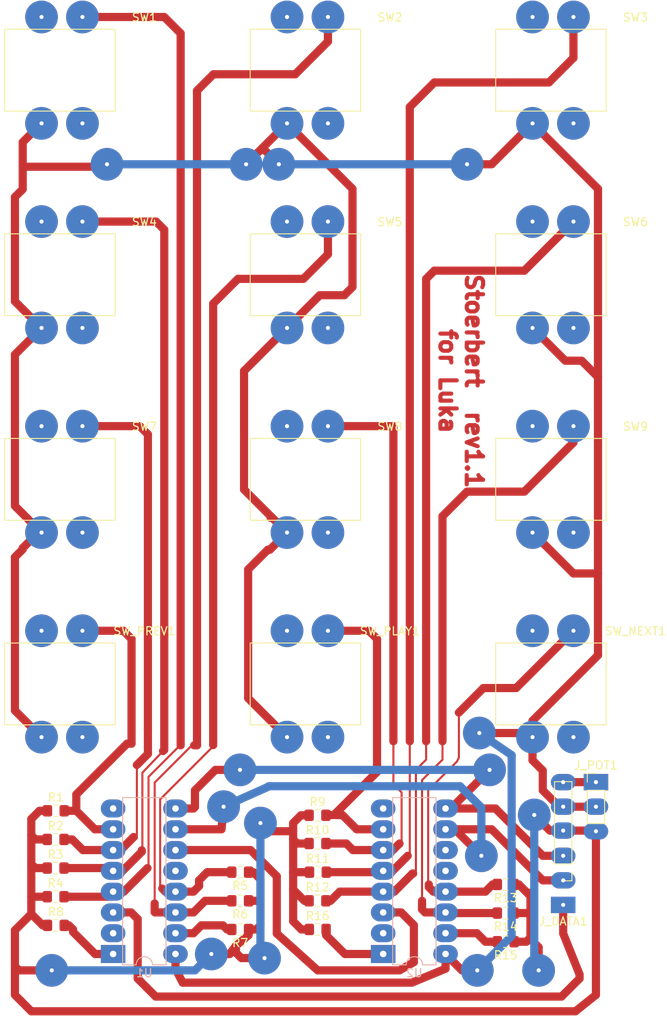
<source format=kicad_pcb>
(kicad_pcb (version 20171130) (host pcbnew 5.1.5)

  (general
    (thickness 1.6)
    (drawings 5)
    (tracks 393)
    (zones 0)
    (modules 32)
    (nets 31)
  )

  (page A4)
  (layers
    (0 F.Cu signal)
    (31 B.Cu signal)
    (32 B.Adhes user)
    (33 F.Adhes user)
    (34 B.Paste user)
    (35 F.Paste user)
    (36 B.SilkS user)
    (37 F.SilkS user)
    (38 B.Mask user)
    (39 F.Mask user)
    (40 Dwgs.User user)
    (41 Cmts.User user)
    (42 Eco1.User user)
    (43 Eco2.User user)
    (44 Edge.Cuts user)
    (45 Margin user)
    (46 B.CrtYd user)
    (47 F.CrtYd user)
    (48 B.Fab user)
    (49 F.Fab user)
  )

  (setup
    (last_trace_width 1)
    (user_trace_width 0.5)
    (user_trace_width 1)
    (trace_clearance 0.2)
    (zone_clearance 0.508)
    (zone_45_only no)
    (trace_min 0.2)
    (via_size 0.8)
    (via_drill 0.4)
    (via_min_size 0.4)
    (via_min_drill 0.3)
    (user_via 2 0.5)
    (user_via 4 0.5)
    (uvia_size 0.3)
    (uvia_drill 0.1)
    (uvias_allowed no)
    (uvia_min_size 0.2)
    (uvia_min_drill 0.1)
    (edge_width 0.05)
    (segment_width 0.2)
    (pcb_text_width 0.3)
    (pcb_text_size 1.5 1.5)
    (mod_edge_width 0.12)
    (mod_text_size 1 1)
    (mod_text_width 0.15)
    (pad_size 1.524 1.524)
    (pad_drill 0.762)
    (pad_to_mask_clearance 0.051)
    (solder_mask_min_width 0.25)
    (aux_axis_origin 0 0)
    (grid_origin -197.25 -977.5)
    (visible_elements FFFFFFFF)
    (pcbplotparams
      (layerselection 0x010fc_ffffffff)
      (usegerberextensions false)
      (usegerberattributes false)
      (usegerberadvancedattributes false)
      (creategerberjobfile false)
      (excludeedgelayer true)
      (linewidth 0.100000)
      (plotframeref false)
      (viasonmask false)
      (mode 1)
      (useauxorigin false)
      (hpglpennumber 1)
      (hpglpenspeed 20)
      (hpglpendiameter 15.000000)
      (psnegative false)
      (psa4output false)
      (plotreference true)
      (plotvalue true)
      (plotinvisibletext false)
      (padsonsilk false)
      (subtractmaskfromsilk false)
      (outputformat 1)
      (mirror false)
      (drillshape 1)
      (scaleselection 1)
      (outputdirectory ""))
  )

  (net 0 "")
  (net 1 "Net-(J_DATA1-Pad6)")
  (net 2 "Net-(J_DATA1-Pad3)")
  (net 3 GND)
  (net 4 +5V)
  (net 5 "Net-(R1-Pad2)")
  (net 6 "Net-(R2-Pad2)")
  (net 7 "Net-(R3-Pad2)")
  (net 8 "Net-(R4-Pad2)")
  (net 9 "Net-(R5-Pad2)")
  (net 10 "Net-(R7-Pad2)")
  (net 11 "Net-(R8-Pad2)")
  (net 12 "Net-(R9-Pad2)")
  (net 13 "Net-(R10-Pad2)")
  (net 14 "Net-(R11-Pad2)")
  (net 15 "Net-(R12-Pad2)")
  (net 16 "Net-(R13-Pad2)")
  (net 17 "Net-(R14-Pad2)")
  (net 18 "Net-(R15-Pad2)")
  (net 19 "Net-(R16-Pad2)")
  (net 20 "Net-(U1-Pad8)")
  (net 21 "Net-(U1-Pad12)")
  (net 22 "Net-(U1-Pad11)")
  (net 23 "Net-(U1-Pad2)")
  (net 24 "Net-(U2-Pad8)")
  (net 25 "Net-(U2-Pad12)")
  (net 26 "Net-(U2-Pad11)")
  (net 27 "Net-(U2-Pad2)")
  (net 28 "Net-(R6-Pad2)")
  (net 29 "Net-(J_DATA1-Pad2)")
  (net 30 "Net-(J_DATA1-Pad1)")

  (net_class Default "This is the default net class."
    (clearance 0.2)
    (trace_width 0.25)
    (via_dia 0.8)
    (via_drill 0.4)
    (uvia_dia 0.3)
    (uvia_drill 0.1)
    (add_net +5V)
    (add_net GND)
    (add_net "Net-(J_DATA1-Pad1)")
    (add_net "Net-(J_DATA1-Pad2)")
    (add_net "Net-(J_DATA1-Pad3)")
    (add_net "Net-(J_DATA1-Pad6)")
    (add_net "Net-(R1-Pad2)")
    (add_net "Net-(R10-Pad2)")
    (add_net "Net-(R11-Pad2)")
    (add_net "Net-(R12-Pad2)")
    (add_net "Net-(R13-Pad2)")
    (add_net "Net-(R14-Pad2)")
    (add_net "Net-(R15-Pad2)")
    (add_net "Net-(R16-Pad2)")
    (add_net "Net-(R2-Pad2)")
    (add_net "Net-(R3-Pad2)")
    (add_net "Net-(R4-Pad2)")
    (add_net "Net-(R5-Pad2)")
    (add_net "Net-(R6-Pad2)")
    (add_net "Net-(R7-Pad2)")
    (add_net "Net-(R8-Pad2)")
    (add_net "Net-(R9-Pad2)")
    (add_net "Net-(U1-Pad11)")
    (add_net "Net-(U1-Pad12)")
    (add_net "Net-(U1-Pad2)")
    (add_net "Net-(U1-Pad8)")
    (add_net "Net-(U2-Pad11)")
    (add_net "Net-(U2-Pad12)")
    (add_net "Net-(U2-Pad2)")
    (add_net "Net-(U2-Pad8)")
  )

  (module cad:DIP-16_W7.62mm_large (layer B.Cu) (tedit 5DF3198D) (tstamp 5DF328D4)
    (at -186.25 -883.5)
    (descr "16-lead though-hole mounted DIP package, row spacing 7.62 mm (300 mils)")
    (tags "THT DIP DIL PDIP 2.54mm 7.62mm 300mil")
    (path /5DECD45D)
    (fp_text reference U1 (at 3.81 2.33) (layer B.SilkS)
      (effects (font (size 1 1) (thickness 0.15)) (justify mirror))
    )
    (fp_text value 4021 (at 3.81 -20.11) (layer B.Fab)
      (effects (font (size 1 1) (thickness 0.15)) (justify mirror))
    )
    (fp_text user %R (at 3.81 -8.89) (layer B.Fab)
      (effects (font (size 1 1) (thickness 0.15)) (justify mirror))
    )
    (fp_line (start 8.7 1.55) (end -1.1 1.55) (layer B.CrtYd) (width 0.05))
    (fp_line (start 8.7 -19.3) (end 8.7 1.55) (layer B.CrtYd) (width 0.05))
    (fp_line (start -1.1 -19.3) (end 8.7 -19.3) (layer B.CrtYd) (width 0.05))
    (fp_line (start -1.1 1.55) (end -1.1 -19.3) (layer B.CrtYd) (width 0.05))
    (fp_line (start 6.46 1.33) (end 4.81 1.33) (layer B.SilkS) (width 0.12))
    (fp_line (start 6.46 -19.11) (end 6.46 1.33) (layer B.SilkS) (width 0.12))
    (fp_line (start 1.16 -19.11) (end 6.46 -19.11) (layer B.SilkS) (width 0.12))
    (fp_line (start 1.16 1.33) (end 1.16 -19.11) (layer B.SilkS) (width 0.12))
    (fp_line (start 2.81 1.33) (end 1.16 1.33) (layer B.SilkS) (width 0.12))
    (fp_line (start 0.635 0.27) (end 1.635 1.27) (layer B.Fab) (width 0.1))
    (fp_line (start 0.635 -19.05) (end 0.635 0.27) (layer B.Fab) (width 0.1))
    (fp_line (start 6.985 -19.05) (end 0.635 -19.05) (layer B.Fab) (width 0.1))
    (fp_line (start 6.985 1.27) (end 6.985 -19.05) (layer B.Fab) (width 0.1))
    (fp_line (start 1.635 1.27) (end 6.985 1.27) (layer B.Fab) (width 0.1))
    (fp_arc (start 3.81 1.33) (end 2.81 1.33) (angle 180) (layer B.SilkS) (width 0.12))
    (pad 16 thru_hole oval (at 7.62 0) (size 3 2.2) (drill 0.8) (layers *.Cu *.Mask)
      (net 4 +5V))
    (pad 8 thru_hole oval (at 0 -17.78) (size 3 2.2) (drill 0.8) (layers *.Cu *.Mask)
      (net 20 "Net-(U1-Pad8)"))
    (pad 15 thru_hole oval (at 7.62 -2.54) (size 3 2.2) (drill 0.8) (layers *.Cu *.Mask)
      (net 10 "Net-(R7-Pad2)"))
    (pad 7 thru_hole oval (at 0 -15.24) (size 3 2.2) (drill 0.8) (layers *.Cu *.Mask)
      (net 5 "Net-(R1-Pad2)"))
    (pad 14 thru_hole oval (at 7.62 -5.08) (size 3 2.2) (drill 0.8) (layers *.Cu *.Mask)
      (net 28 "Net-(R6-Pad2)"))
    (pad 6 thru_hole oval (at 0 -12.7) (size 3 2.2) (drill 0.8) (layers *.Cu *.Mask)
      (net 6 "Net-(R2-Pad2)"))
    (pad 13 thru_hole oval (at 7.62 -7.62) (size 3 2.2) (drill 0.8) (layers *.Cu *.Mask)
      (net 9 "Net-(R5-Pad2)"))
    (pad 5 thru_hole oval (at 0 -10.16) (size 3 2.2) (drill 0.8) (layers *.Cu *.Mask)
      (net 7 "Net-(R3-Pad2)"))
    (pad 12 thru_hole oval (at 7.62 -10.16) (size 3 2.2) (drill 0.8) (layers *.Cu *.Mask)
      (net 21 "Net-(U1-Pad12)"))
    (pad 4 thru_hole oval (at 0 -7.62) (size 3 2.2) (drill 0.8) (layers *.Cu *.Mask)
      (net 8 "Net-(R4-Pad2)"))
    (pad 11 thru_hole oval (at 7.62 -12.7) (size 3 2.2) (drill 0.8) (layers *.Cu *.Mask)
      (net 22 "Net-(U1-Pad11)"))
    (pad 3 thru_hole oval (at 0 -5.08) (size 3 2.2) (drill 0.8) (layers *.Cu *.Mask)
      (net 30 "Net-(J_DATA1-Pad1)"))
    (pad 10 thru_hole oval (at 7.62 -15.24) (size 3 2.2) (drill 0.8) (layers *.Cu *.Mask)
      (net 29 "Net-(J_DATA1-Pad2)"))
    (pad 2 thru_hole oval (at 0 -2.54) (size 3 2.2) (drill 0.8) (layers *.Cu *.Mask)
      (net 23 "Net-(U1-Pad2)"))
    (pad 9 thru_hole oval (at 7.62 -17.78) (size 3 2.2) (drill 0.8) (layers *.Cu *.Mask)
      (net 2 "Net-(J_DATA1-Pad3)"))
    (pad 1 thru_hole rect (at 0 0) (size 3 2.2) (drill 0.8) (layers *.Cu *.Mask)
      (net 11 "Net-(R8-Pad2)"))
    (model ${KISYS3DMOD}/Package_DIP.3dshapes/DIP-16_W7.62mm.wrl
      (at (xyz 0 0 0))
      (scale (xyz 1 1 1))
      (rotate (xyz 0 0 0))
    )
  )

  (module cad:DIP-16_W7.62mm_large (layer B.Cu) (tedit 5DF3198D) (tstamp 5DECBDA9)
    (at -153.25 -883.5)
    (descr "16-lead though-hole mounted DIP package, row spacing 7.62 mm (300 mils)")
    (tags "THT DIP DIL PDIP 2.54mm 7.62mm 300mil")
    (path /5DECC034)
    (fp_text reference U2 (at 3.81 2.33) (layer B.SilkS)
      (effects (font (size 1 1) (thickness 0.15)) (justify mirror))
    )
    (fp_text value 4021 (at 3.81 -20.11) (layer B.Fab)
      (effects (font (size 1 1) (thickness 0.15)) (justify mirror))
    )
    (fp_text user %R (at 3.81 -8.89) (layer B.Fab)
      (effects (font (size 1 1) (thickness 0.15)) (justify mirror))
    )
    (fp_line (start 8.7 1.55) (end -1.1 1.55) (layer B.CrtYd) (width 0.05))
    (fp_line (start 8.7 -19.3) (end 8.7 1.55) (layer B.CrtYd) (width 0.05))
    (fp_line (start -1.1 -19.3) (end 8.7 -19.3) (layer B.CrtYd) (width 0.05))
    (fp_line (start -1.1 1.55) (end -1.1 -19.3) (layer B.CrtYd) (width 0.05))
    (fp_line (start 6.46 1.33) (end 4.81 1.33) (layer B.SilkS) (width 0.12))
    (fp_line (start 6.46 -19.11) (end 6.46 1.33) (layer B.SilkS) (width 0.12))
    (fp_line (start 1.16 -19.11) (end 6.46 -19.11) (layer B.SilkS) (width 0.12))
    (fp_line (start 1.16 1.33) (end 1.16 -19.11) (layer B.SilkS) (width 0.12))
    (fp_line (start 2.81 1.33) (end 1.16 1.33) (layer B.SilkS) (width 0.12))
    (fp_line (start 0.635 0.27) (end 1.635 1.27) (layer B.Fab) (width 0.1))
    (fp_line (start 0.635 -19.05) (end 0.635 0.27) (layer B.Fab) (width 0.1))
    (fp_line (start 6.985 -19.05) (end 0.635 -19.05) (layer B.Fab) (width 0.1))
    (fp_line (start 6.985 1.27) (end 6.985 -19.05) (layer B.Fab) (width 0.1))
    (fp_line (start 1.635 1.27) (end 6.985 1.27) (layer B.Fab) (width 0.1))
    (fp_arc (start 3.81 1.33) (end 2.81 1.33) (angle 180) (layer B.SilkS) (width 0.12))
    (pad 16 thru_hole oval (at 7.62 0) (size 3 2.2) (drill 0.8) (layers *.Cu *.Mask)
      (net 4 +5V))
    (pad 8 thru_hole oval (at 0 -17.78) (size 3 2.2) (drill 0.8) (layers *.Cu *.Mask)
      (net 24 "Net-(U2-Pad8)"))
    (pad 15 thru_hole oval (at 7.62 -2.54) (size 3 2.2) (drill 0.8) (layers *.Cu *.Mask)
      (net 18 "Net-(R15-Pad2)"))
    (pad 7 thru_hole oval (at 0 -15.24) (size 3 2.2) (drill 0.8) (layers *.Cu *.Mask)
      (net 12 "Net-(R9-Pad2)"))
    (pad 14 thru_hole oval (at 7.62 -5.08) (size 3 2.2) (drill 0.8) (layers *.Cu *.Mask)
      (net 17 "Net-(R14-Pad2)"))
    (pad 6 thru_hole oval (at 0 -12.7) (size 3 2.2) (drill 0.8) (layers *.Cu *.Mask)
      (net 13 "Net-(R10-Pad2)"))
    (pad 13 thru_hole oval (at 7.62 -7.62) (size 3 2.2) (drill 0.8) (layers *.Cu *.Mask)
      (net 16 "Net-(R13-Pad2)"))
    (pad 5 thru_hole oval (at 0 -10.16) (size 3 2.2) (drill 0.8) (layers *.Cu *.Mask)
      (net 14 "Net-(R11-Pad2)"))
    (pad 12 thru_hole oval (at 7.62 -10.16) (size 3 2.2) (drill 0.8) (layers *.Cu *.Mask)
      (net 25 "Net-(U2-Pad12)"))
    (pad 4 thru_hole oval (at 0 -7.62) (size 3 2.2) (drill 0.8) (layers *.Cu *.Mask)
      (net 15 "Net-(R12-Pad2)"))
    (pad 11 thru_hole oval (at 7.62 -12.7) (size 3 2.2) (drill 0.8) (layers *.Cu *.Mask)
      (net 26 "Net-(U2-Pad11)"))
    (pad 3 thru_hole oval (at 0 -5.08) (size 3 2.2) (drill 0.8) (layers *.Cu *.Mask)
      (net 22 "Net-(U1-Pad11)"))
    (pad 10 thru_hole oval (at 7.62 -15.24) (size 3 2.2) (drill 0.8) (layers *.Cu *.Mask)
      (net 29 "Net-(J_DATA1-Pad2)"))
    (pad 2 thru_hole oval (at 0 -2.54) (size 3 2.2) (drill 0.8) (layers *.Cu *.Mask)
      (net 27 "Net-(U2-Pad2)"))
    (pad 9 thru_hole oval (at 7.62 -17.78) (size 3 2.2) (drill 0.8) (layers *.Cu *.Mask)
      (net 2 "Net-(J_DATA1-Pad3)"))
    (pad 1 thru_hole rect (at 0 0) (size 3 2.2) (drill 0.8) (layers *.Cu *.Mask)
      (net 19 "Net-(R16-Pad2)"))
    (model ${KISYS3DMOD}/Package_DIP.3dshapes/DIP-16_W7.62mm.wrl
      (at (xyz 0 0 0))
      (scale (xyz 1 1 1))
      (rotate (xyz 0 0 0))
    )
  )

  (module cad:PinHeader_1x03_P2.00mm_Vertical_large (layer F.Cu) (tedit 5DF3330E) (tstamp 5DF37F33)
    (at -127.25 -904.5)
    (descr "Through hole straight pin header, 1x03, 2.00mm pitch, single row")
    (tags "Through hole pin header THT 1x03 2.00mm single row")
    (path /5DF6FE95)
    (fp_text reference J_POT1 (at 0 -2.06) (layer F.SilkS)
      (effects (font (size 1 1) (thickness 0.15)))
    )
    (fp_text value Conn_01x03_Female (at 0 8) (layer F.Fab)
      (effects (font (size 1 1) (thickness 0.15)))
    )
    (fp_text user %R (at 0 2 90) (layer F.Fab)
      (effects (font (size 1 1) (thickness 0.15)))
    )
    (fp_line (start 1.5 -1.5) (end -1.5 -1.5) (layer F.CrtYd) (width 0.05))
    (fp_line (start 1.5 5.5) (end 1.5 -1.5) (layer F.CrtYd) (width 0.05))
    (fp_line (start -1.5 5.5) (end 1.5 5.5) (layer F.CrtYd) (width 0.05))
    (fp_line (start -1.5 -1.5) (end -1.5 5.5) (layer F.CrtYd) (width 0.05))
    (fp_line (start -1.06 -1.06) (end 0 -1.06) (layer F.SilkS) (width 0.12))
    (fp_line (start -1.06 0) (end -1.06 -1.06) (layer F.SilkS) (width 0.12))
    (fp_line (start -1.06 1) (end 1.06 1) (layer F.SilkS) (width 0.12))
    (fp_line (start 1.06 1) (end 1.06 5.06) (layer F.SilkS) (width 0.12))
    (fp_line (start -1.06 1) (end -1.06 5.06) (layer F.SilkS) (width 0.12))
    (fp_line (start -1.06 5.06) (end 1.06 5.06) (layer F.SilkS) (width 0.12))
    (fp_line (start -1 -0.5) (end -0.5 -1) (layer F.Fab) (width 0.1))
    (fp_line (start -1 5) (end -1 -0.5) (layer F.Fab) (width 0.1))
    (fp_line (start 1 5) (end -1 5) (layer F.Fab) (width 0.1))
    (fp_line (start 1 -1) (end 1 5) (layer F.Fab) (width 0.1))
    (fp_line (start -0.5 -1) (end 1 -1) (layer F.Fab) (width 0.1))
    (pad 3 thru_hole oval (at 0 6) (size 3 2) (drill 0.5) (layers *.Cu *.Mask)
      (net 3 GND))
    (pad 2 thru_hole oval (at 0 3) (size 3 2) (drill 0.5) (layers *.Cu *.Mask)
      (net 4 +5V))
    (pad 1 thru_hole rect (at 0 0) (size 3 2) (drill 0.5) (layers *.Cu *.Mask)
      (net 1 "Net-(J_DATA1-Pad6)"))
    (model ${KISYS3DMOD}/Connector_PinHeader_2.00mm.3dshapes/PinHeader_1x03_P2.00mm_Vertical.wrl
      (at (xyz 0 0 0))
      (scale (xyz 1 1 1))
      (rotate (xyz 0 0 0))
    )
  )

  (module Connector_PinHeader_2.00mm:PinHeader_1x06_P2.00mm_Vertical (layer F.Cu) (tedit 5DF3324A) (tstamp 5DF37D8D)
    (at -131.25 -893.5 180)
    (descr "Through hole straight pin header, 1x06, 2.00mm pitch, single row")
    (tags "Through hole pin header THT 1x06 2.00mm single row")
    (path /5DF70692)
    (fp_text reference J_DATA1 (at 0 -6) (layer F.SilkS)
      (effects (font (size 1 1) (thickness 0.15)))
    )
    (fp_text value Conn_01x06_Female (at 0 13) (layer F.Fab)
      (effects (font (size 1 1) (thickness 0.15)))
    )
    (fp_line (start -0.5 -1) (end 1 -1) (layer F.Fab) (width 0.1))
    (fp_line (start 1 -1) (end 1 11) (layer F.Fab) (width 0.1))
    (fp_line (start 1 11) (end -1 11) (layer F.Fab) (width 0.1))
    (fp_line (start -1 11) (end -1 -0.5) (layer F.Fab) (width 0.1))
    (fp_line (start -1 -0.5) (end -0.5 -1) (layer F.Fab) (width 0.1))
    (fp_line (start -1.06 11.06) (end 1.06 11.06) (layer F.SilkS) (width 0.12))
    (fp_line (start -1.06 1) (end -1.06 11.06) (layer F.SilkS) (width 0.12))
    (fp_line (start 1.06 1) (end 1.06 11.06) (layer F.SilkS) (width 0.12))
    (fp_line (start -1.06 1) (end 1.06 1) (layer F.SilkS) (width 0.12))
    (fp_line (start -1.06 0) (end -1.06 -1.06) (layer F.SilkS) (width 0.12))
    (fp_line (start -1.06 -1.06) (end 0 -1.06) (layer F.SilkS) (width 0.12))
    (fp_line (start -1.5 -1.5) (end -1.5 11.5) (layer F.CrtYd) (width 0.05))
    (fp_line (start -1.5 11.5) (end 1.5 11.5) (layer F.CrtYd) (width 0.05))
    (fp_line (start 1.5 11.5) (end 1.5 -1.5) (layer F.CrtYd) (width 0.05))
    (fp_line (start 1.5 -1.5) (end -1.5 -1.5) (layer F.CrtYd) (width 0.05))
    (fp_text user %R (at 0 5 90) (layer F.Fab)
      (effects (font (size 1 1) (thickness 0.15)))
    )
    (pad 1 thru_hole rect (at 0 -4 180) (size 3 2) (drill 0.5) (layers *.Cu *.Mask)
      (net 30 "Net-(J_DATA1-Pad1)"))
    (pad 2 thru_hole oval (at 0 -1 180) (size 3 2) (drill 0.5) (layers *.Cu *.Mask)
      (net 29 "Net-(J_DATA1-Pad2)"))
    (pad 3 thru_hole oval (at 0 2 180) (size 3 2) (drill 0.5) (layers *.Cu *.Mask)
      (net 2 "Net-(J_DATA1-Pad3)"))
    (pad 4 thru_hole oval (at 0 5.08 180) (size 3 2) (drill 0.5) (layers *.Cu *.Mask)
      (net 3 GND))
    (pad 5 thru_hole oval (at 0 8 180) (size 3 2) (drill 0.5) (layers *.Cu *.Mask)
      (net 4 +5V))
    (pad 6 thru_hole oval (at 0 11 180) (size 3 2) (drill 0.5) (layers *.Cu *.Mask)
      (net 1 "Net-(J_DATA1-Pad6)"))
    (model ${KISYS3DMOD}/Connector_PinHeader_2.00mm.3dshapes/PinHeader_1x06_P2.00mm_Vertical.wrl
      (at (xyz 0 0 0))
      (scale (xyz 1 1 1))
      (rotate (xyz 0 0 0))
    )
  )

  (module cad:ToggleSwitch (layer F.Cu) (tedit 5DF31403) (tstamp 5DECBCBC)
    (at -195 -960)
    (path /5DE7BBE2)
    (fp_text reference SW4 (at 12.573 -12.954) (layer F.SilkS)
      (effects (font (size 1 1) (thickness 0.15)))
    )
    (fp_text value OmronB3F (at 2.54 -6.858) (layer F.Fab)
      (effects (font (size 1 1) (thickness 0.15)))
    )
    (fp_line (start -4.5 -1.5) (end -4.5 -11.5) (layer F.SilkS) (width 0.12))
    (fp_line (start 9 -1.5) (end -4.5 -1.5) (layer F.SilkS) (width 0.12))
    (fp_line (start 9 -11.5) (end 9 -1.5) (layer F.SilkS) (width 0.12))
    (fp_line (start -4.5 -11.5) (end 9 -11.5) (layer F.SilkS) (width 0.12))
    (pad 4 thru_hole circle (at 0 -13) (size 4 4) (drill 0.5) (layers *.Cu *.Mask))
    (pad 3 thru_hole circle (at 5 -13) (size 4 4) (drill 0.5) (layers *.Cu *.Mask)
      (net 7 "Net-(R3-Pad2)"))
    (pad 2 thru_hole circle (at 5 0) (size 4 4) (drill 0.5) (layers *.Cu *.Mask))
    (pad 1 thru_hole circle (at 0 0) (size 4 4) (drill 0.5) (layers *.Cu *.Mask)
      (net 4 +5V))
  )

  (module cad:ToggleSwitch (layer F.Cu) (tedit 5DF31403) (tstamp 5DECBBB3)
    (at -165 -985)
    (path /5DE7ADB7)
    (fp_text reference SW2 (at 12.573 -12.954) (layer F.SilkS)
      (effects (font (size 1 1) (thickness 0.15)))
    )
    (fp_text value OmronB3F (at 2.54 -6.858) (layer F.Fab)
      (effects (font (size 1 1) (thickness 0.15)))
    )
    (fp_line (start -4.5 -1.5) (end -4.5 -11.5) (layer F.SilkS) (width 0.12))
    (fp_line (start 9 -1.5) (end -4.5 -1.5) (layer F.SilkS) (width 0.12))
    (fp_line (start 9 -11.5) (end 9 -1.5) (layer F.SilkS) (width 0.12))
    (fp_line (start -4.5 -11.5) (end 9 -11.5) (layer F.SilkS) (width 0.12))
    (pad 4 thru_hole circle (at 0 -13) (size 4 4) (drill 0.5) (layers *.Cu *.Mask))
    (pad 3 thru_hole circle (at 5 -13) (size 4 4) (drill 0.5) (layers *.Cu *.Mask)
      (net 28 "Net-(R6-Pad2)"))
    (pad 2 thru_hole circle (at 5 0) (size 4 4) (drill 0.5) (layers *.Cu *.Mask))
    (pad 1 thru_hole circle (at 0 0) (size 4 4) (drill 0.5) (layers *.Cu *.Mask)
      (net 4 +5V))
  )

  (module cad:ToggleSwitch (layer F.Cu) (tedit 5DF31403) (tstamp 5DECB1F0)
    (at -195 -910)
    (path /5DE7D6BD)
    (fp_text reference SW_PREV1 (at 12.573 -12.954) (layer F.SilkS)
      (effects (font (size 1 1) (thickness 0.15)))
    )
    (fp_text value OmronB3F (at 2.54 -6.858) (layer F.Fab)
      (effects (font (size 1 1) (thickness 0.15)))
    )
    (fp_line (start -4.5 -1.5) (end -4.5 -11.5) (layer F.SilkS) (width 0.12))
    (fp_line (start 9 -1.5) (end -4.5 -1.5) (layer F.SilkS) (width 0.12))
    (fp_line (start 9 -11.5) (end 9 -1.5) (layer F.SilkS) (width 0.12))
    (fp_line (start -4.5 -11.5) (end 9 -11.5) (layer F.SilkS) (width 0.12))
    (pad 4 thru_hole circle (at 0 -13) (size 4 4) (drill 0.5) (layers *.Cu *.Mask))
    (pad 3 thru_hole circle (at 5 -13) (size 4 4) (drill 0.5) (layers *.Cu *.Mask)
      (net 5 "Net-(R1-Pad2)"))
    (pad 2 thru_hole circle (at 5 0) (size 4 4) (drill 0.5) (layers *.Cu *.Mask))
    (pad 1 thru_hole circle (at 0 0) (size 4 4) (drill 0.5) (layers *.Cu *.Mask)
      (net 4 +5V))
  )

  (module cad:ToggleSwitch (layer F.Cu) (tedit 5DF31403) (tstamp 5DEC9768)
    (at -165 -960)
    (path /5DE7C143)
    (fp_text reference SW5 (at 12.573 -12.954) (layer F.SilkS)
      (effects (font (size 1 1) (thickness 0.15)))
    )
    (fp_text value OmronB3F (at 2.54 -6.858) (layer F.Fab)
      (effects (font (size 1 1) (thickness 0.15)))
    )
    (fp_line (start -4.5 -1.5) (end -4.5 -11.5) (layer F.SilkS) (width 0.12))
    (fp_line (start 9 -1.5) (end -4.5 -1.5) (layer F.SilkS) (width 0.12))
    (fp_line (start 9 -11.5) (end 9 -1.5) (layer F.SilkS) (width 0.12))
    (fp_line (start -4.5 -11.5) (end 9 -11.5) (layer F.SilkS) (width 0.12))
    (pad 4 thru_hole circle (at 0 -13) (size 4 4) (drill 0.5) (layers *.Cu *.Mask))
    (pad 3 thru_hole circle (at 5 -13) (size 4 4) (drill 0.5) (layers *.Cu *.Mask)
      (net 9 "Net-(R5-Pad2)"))
    (pad 2 thru_hole circle (at 5 0) (size 4 4) (drill 0.5) (layers *.Cu *.Mask))
    (pad 1 thru_hole circle (at 0 0) (size 4 4) (drill 0.5) (layers *.Cu *.Mask)
      (net 4 +5V))
  )

  (module cad:ToggleSwitch (layer F.Cu) (tedit 5DF31403) (tstamp 5DEC97B0)
    (at -165 -910)
    (path /5DE7D9C2)
    (fp_text reference SW_PLAY1 (at 12.573 -12.954) (layer F.SilkS)
      (effects (font (size 1 1) (thickness 0.15)))
    )
    (fp_text value OmronB3F (at 2.54 -6.858) (layer F.Fab)
      (effects (font (size 1 1) (thickness 0.15)))
    )
    (fp_line (start -4.5 -1.5) (end -4.5 -11.5) (layer F.SilkS) (width 0.12))
    (fp_line (start 9 -1.5) (end -4.5 -1.5) (layer F.SilkS) (width 0.12))
    (fp_line (start 9 -11.5) (end 9 -1.5) (layer F.SilkS) (width 0.12))
    (fp_line (start -4.5 -11.5) (end 9 -11.5) (layer F.SilkS) (width 0.12))
    (pad 4 thru_hole circle (at 0 -13) (size 4 4) (drill 0.5) (layers *.Cu *.Mask))
    (pad 3 thru_hole circle (at 5 -13) (size 4 4) (drill 0.5) (layers *.Cu *.Mask)
      (net 12 "Net-(R9-Pad2)"))
    (pad 2 thru_hole circle (at 5 0) (size 4 4) (drill 0.5) (layers *.Cu *.Mask))
    (pad 1 thru_hole circle (at 0 0) (size 4 4) (drill 0.5) (layers *.Cu *.Mask)
      (net 4 +5V))
  )

  (module cad:ToggleSwitch (layer F.Cu) (tedit 5DF31403) (tstamp 5DEC9C68)
    (at -135 -910)
    (path /5DE7DE6C)
    (fp_text reference SW_NEXT1 (at 12.573 -12.954) (layer F.SilkS)
      (effects (font (size 1 1) (thickness 0.15)))
    )
    (fp_text value OmronB3F (at 2.54 -6.858) (layer F.Fab)
      (effects (font (size 1 1) (thickness 0.15)))
    )
    (fp_line (start -4.5 -1.5) (end -4.5 -11.5) (layer F.SilkS) (width 0.12))
    (fp_line (start 9 -1.5) (end -4.5 -1.5) (layer F.SilkS) (width 0.12))
    (fp_line (start 9 -11.5) (end 9 -1.5) (layer F.SilkS) (width 0.12))
    (fp_line (start -4.5 -11.5) (end 9 -11.5) (layer F.SilkS) (width 0.12))
    (pad 4 thru_hole circle (at 0 -13) (size 4 4) (drill 0.5) (layers *.Cu *.Mask))
    (pad 3 thru_hole circle (at 5 -13) (size 4 4) (drill 0.5) (layers *.Cu *.Mask)
      (net 16 "Net-(R13-Pad2)"))
    (pad 2 thru_hole circle (at 5 0) (size 4 4) (drill 0.5) (layers *.Cu *.Mask))
    (pad 1 thru_hole circle (at 0 0) (size 4 4) (drill 0.5) (layers *.Cu *.Mask)
      (net 4 +5V))
  )

  (module cad:ToggleSwitch (layer F.Cu) (tedit 5DF31403) (tstamp 5DEC9798)
    (at -135 -935)
    (path /5DE7D099)
    (fp_text reference SW9 (at 12.573 -12.954) (layer F.SilkS)
      (effects (font (size 1 1) (thickness 0.15)))
    )
    (fp_text value OmronB3F (at 2.54 -6.858) (layer F.Fab)
      (effects (font (size 1 1) (thickness 0.15)))
    )
    (fp_line (start -4.5 -1.5) (end -4.5 -11.5) (layer F.SilkS) (width 0.12))
    (fp_line (start 9 -1.5) (end -4.5 -1.5) (layer F.SilkS) (width 0.12))
    (fp_line (start 9 -11.5) (end 9 -1.5) (layer F.SilkS) (width 0.12))
    (fp_line (start -4.5 -11.5) (end 9 -11.5) (layer F.SilkS) (width 0.12))
    (pad 4 thru_hole circle (at 0 -13) (size 4 4) (drill 0.5) (layers *.Cu *.Mask))
    (pad 3 thru_hole circle (at 5 -13) (size 4 4) (drill 0.5) (layers *.Cu *.Mask)
      (net 17 "Net-(R14-Pad2)"))
    (pad 2 thru_hole circle (at 5 0) (size 4 4) (drill 0.5) (layers *.Cu *.Mask))
    (pad 1 thru_hole circle (at 0 0) (size 4 4) (drill 0.5) (layers *.Cu *.Mask)
      (net 4 +5V))
  )

  (module cad:ToggleSwitch (layer F.Cu) (tedit 5DF31403) (tstamp 5DEC978C)
    (at -165 -935)
    (path /5DE7CCC0)
    (fp_text reference SW8 (at 12.573 -12.954) (layer F.SilkS)
      (effects (font (size 1 1) (thickness 0.15)))
    )
    (fp_text value OmronB3F (at 2.54 -6.858) (layer F.Fab)
      (effects (font (size 1 1) (thickness 0.15)))
    )
    (fp_line (start -4.5 -1.5) (end -4.5 -11.5) (layer F.SilkS) (width 0.12))
    (fp_line (start 9 -1.5) (end -4.5 -1.5) (layer F.SilkS) (width 0.12))
    (fp_line (start 9 -11.5) (end 9 -1.5) (layer F.SilkS) (width 0.12))
    (fp_line (start -4.5 -11.5) (end 9 -11.5) (layer F.SilkS) (width 0.12))
    (pad 4 thru_hole circle (at 0 -13) (size 4 4) (drill 0.5) (layers *.Cu *.Mask))
    (pad 3 thru_hole circle (at 5 -13) (size 4 4) (drill 0.5) (layers *.Cu *.Mask)
      (net 13 "Net-(R10-Pad2)"))
    (pad 2 thru_hole circle (at 5 0) (size 4 4) (drill 0.5) (layers *.Cu *.Mask))
    (pad 1 thru_hole circle (at 0 0) (size 4 4) (drill 0.5) (layers *.Cu *.Mask)
      (net 4 +5V))
  )

  (module cad:ToggleSwitch (layer F.Cu) (tedit 5DF31403) (tstamp 5DEC9780)
    (at -195 -935)
    (path /5DE7C885)
    (fp_text reference SW7 (at 12.573 -12.954) (layer F.SilkS)
      (effects (font (size 1 1) (thickness 0.15)))
    )
    (fp_text value OmronB3F (at 2.54 -6.858) (layer F.Fab)
      (effects (font (size 1 1) (thickness 0.15)))
    )
    (fp_line (start -4.5 -1.5) (end -4.5 -11.5) (layer F.SilkS) (width 0.12))
    (fp_line (start 9 -1.5) (end -4.5 -1.5) (layer F.SilkS) (width 0.12))
    (fp_line (start 9 -11.5) (end 9 -1.5) (layer F.SilkS) (width 0.12))
    (fp_line (start -4.5 -11.5) (end 9 -11.5) (layer F.SilkS) (width 0.12))
    (pad 4 thru_hole circle (at 0 -13) (size 4 4) (drill 0.5) (layers *.Cu *.Mask))
    (pad 3 thru_hole circle (at 5 -13) (size 4 4) (drill 0.5) (layers *.Cu *.Mask)
      (net 6 "Net-(R2-Pad2)"))
    (pad 2 thru_hole circle (at 5 0) (size 4 4) (drill 0.5) (layers *.Cu *.Mask))
    (pad 1 thru_hole circle (at 0 0) (size 4 4) (drill 0.5) (layers *.Cu *.Mask)
      (net 4 +5V))
  )

  (module cad:ToggleSwitch (layer F.Cu) (tedit 5DF31403) (tstamp 5DEC9774)
    (at -135 -960)
    (path /5DE7C4ED)
    (fp_text reference SW6 (at 12.573 -12.954) (layer F.SilkS)
      (effects (font (size 1 1) (thickness 0.15)))
    )
    (fp_text value OmronB3F (at 2.54 -6.858) (layer F.Fab)
      (effects (font (size 1 1) (thickness 0.15)))
    )
    (fp_line (start -4.5 -1.5) (end -4.5 -11.5) (layer F.SilkS) (width 0.12))
    (fp_line (start 9 -1.5) (end -4.5 -1.5) (layer F.SilkS) (width 0.12))
    (fp_line (start 9 -11.5) (end 9 -1.5) (layer F.SilkS) (width 0.12))
    (fp_line (start -4.5 -11.5) (end 9 -11.5) (layer F.SilkS) (width 0.12))
    (pad 4 thru_hole circle (at 0 -13) (size 4 4) (drill 0.5) (layers *.Cu *.Mask))
    (pad 3 thru_hole circle (at 5 -13) (size 4 4) (drill 0.5) (layers *.Cu *.Mask)
      (net 15 "Net-(R12-Pad2)"))
    (pad 2 thru_hole circle (at 5 0) (size 4 4) (drill 0.5) (layers *.Cu *.Mask))
    (pad 1 thru_hole circle (at 0 0) (size 4 4) (drill 0.5) (layers *.Cu *.Mask)
      (net 4 +5V))
  )

  (module cad:ToggleSwitch (layer F.Cu) (tedit 5DF31403) (tstamp 5DECB31A)
    (at -135 -985)
    (path /5DE7B778)
    (fp_text reference SW3 (at 12.573 -12.954) (layer F.SilkS)
      (effects (font (size 1 1) (thickness 0.15)))
    )
    (fp_text value OmronB3F (at 2.54 -6.858) (layer F.Fab)
      (effects (font (size 1 1) (thickness 0.15)))
    )
    (fp_line (start -4.5 -1.5) (end -4.5 -11.5) (layer F.SilkS) (width 0.12))
    (fp_line (start 9 -1.5) (end -4.5 -1.5) (layer F.SilkS) (width 0.12))
    (fp_line (start 9 -11.5) (end 9 -1.5) (layer F.SilkS) (width 0.12))
    (fp_line (start -4.5 -11.5) (end 9 -11.5) (layer F.SilkS) (width 0.12))
    (pad 4 thru_hole circle (at 0 -13) (size 4 4) (drill 0.5) (layers *.Cu *.Mask))
    (pad 3 thru_hole circle (at 5 -13) (size 4 4) (drill 0.5) (layers *.Cu *.Mask)
      (net 14 "Net-(R11-Pad2)"))
    (pad 2 thru_hole circle (at 5 0) (size 4 4) (drill 0.5) (layers *.Cu *.Mask))
    (pad 1 thru_hole circle (at 0 0) (size 4 4) (drill 0.5) (layers *.Cu *.Mask)
      (net 4 +5V))
  )

  (module cad:ToggleSwitch (layer F.Cu) (tedit 5DF31403) (tstamp 5DECBC73)
    (at -195 -985)
    (path /5DE7A9D8)
    (fp_text reference SW1 (at 12.573 -12.954) (layer F.SilkS)
      (effects (font (size 1 1) (thickness 0.15)))
    )
    (fp_text value OmronB3F (at 2.54 -6.858) (layer F.Fab)
      (effects (font (size 1 1) (thickness 0.15)))
    )
    (fp_line (start -4.5 -1.5) (end -4.5 -11.5) (layer F.SilkS) (width 0.12))
    (fp_line (start 9 -1.5) (end -4.5 -1.5) (layer F.SilkS) (width 0.12))
    (fp_line (start 9 -11.5) (end 9 -1.5) (layer F.SilkS) (width 0.12))
    (fp_line (start -4.5 -11.5) (end 9 -11.5) (layer F.SilkS) (width 0.12))
    (pad 4 thru_hole circle (at 0 -13) (size 4 4) (drill 0.5) (layers *.Cu *.Mask))
    (pad 3 thru_hole circle (at 5 -13) (size 4 4) (drill 0.5) (layers *.Cu *.Mask)
      (net 8 "Net-(R4-Pad2)"))
    (pad 2 thru_hole circle (at 5 0) (size 4 4) (drill 0.5) (layers *.Cu *.Mask))
    (pad 1 thru_hole circle (at 0 0) (size 4 4) (drill 0.5) (layers *.Cu *.Mask)
      (net 4 +5V))
  )

  (module Resistor_SMD:R_0805_2012Metric_Pad1.15x1.40mm_HandSolder (layer F.Cu) (tedit 5B36C52B) (tstamp 5DEC972C)
    (at -161.25 -886.5)
    (descr "Resistor SMD 0805 (2012 Metric), square (rectangular) end terminal, IPC_7351 nominal with elongated pad for handsoldering. (Body size source: https://docs.google.com/spreadsheets/d/1BsfQQcO9C6DZCsRaXUlFlo91Tg2WpOkGARC1WS5S8t0/edit?usp=sharing), generated with kicad-footprint-generator")
    (tags "resistor handsolder")
    (path /5DF0C888)
    (attr smd)
    (fp_text reference R16 (at 0 -1.65) (layer F.SilkS)
      (effects (font (size 1 1) (thickness 0.15)))
    )
    (fp_text value R (at 0 1.65) (layer F.Fab)
      (effects (font (size 1 1) (thickness 0.15)))
    )
    (fp_text user %R (at 0 0) (layer F.Fab)
      (effects (font (size 0.5 0.5) (thickness 0.08)))
    )
    (fp_line (start 1.85 0.95) (end -1.85 0.95) (layer F.CrtYd) (width 0.05))
    (fp_line (start 1.85 -0.95) (end 1.85 0.95) (layer F.CrtYd) (width 0.05))
    (fp_line (start -1.85 -0.95) (end 1.85 -0.95) (layer F.CrtYd) (width 0.05))
    (fp_line (start -1.85 0.95) (end -1.85 -0.95) (layer F.CrtYd) (width 0.05))
    (fp_line (start -0.261252 0.71) (end 0.261252 0.71) (layer F.SilkS) (width 0.12))
    (fp_line (start -0.261252 -0.71) (end 0.261252 -0.71) (layer F.SilkS) (width 0.12))
    (fp_line (start 1 0.6) (end -1 0.6) (layer F.Fab) (width 0.1))
    (fp_line (start 1 -0.6) (end 1 0.6) (layer F.Fab) (width 0.1))
    (fp_line (start -1 -0.6) (end 1 -0.6) (layer F.Fab) (width 0.1))
    (fp_line (start -1 0.6) (end -1 -0.6) (layer F.Fab) (width 0.1))
    (pad 2 smd roundrect (at 1.025 0) (size 1.15 1.4) (layers F.Cu F.Paste F.Mask) (roundrect_rratio 0.217391)
      (net 19 "Net-(R16-Pad2)"))
    (pad 1 smd roundrect (at -1.025 0) (size 1.15 1.4) (layers F.Cu F.Paste F.Mask) (roundrect_rratio 0.217391)
      (net 3 GND))
    (model ${KISYS3DMOD}/Resistor_SMD.3dshapes/R_0805_2012Metric.wrl
      (at (xyz 0 0 0))
      (scale (xyz 1 1 1))
      (rotate (xyz 0 0 0))
    )
  )

  (module Resistor_SMD:R_0805_2012Metric_Pad1.15x1.40mm_HandSolder (layer F.Cu) (tedit 5B36C52B) (tstamp 5DEC971B)
    (at -138.275 -885 180)
    (descr "Resistor SMD 0805 (2012 Metric), square (rectangular) end terminal, IPC_7351 nominal with elongated pad for handsoldering. (Body size source: https://docs.google.com/spreadsheets/d/1BsfQQcO9C6DZCsRaXUlFlo91Tg2WpOkGARC1WS5S8t0/edit?usp=sharing), generated with kicad-footprint-generator")
    (tags "resistor handsolder")
    (path /5DF0C4AF)
    (attr smd)
    (fp_text reference R15 (at 0 -1.65) (layer F.SilkS)
      (effects (font (size 1 1) (thickness 0.15)))
    )
    (fp_text value R (at 0 1.65) (layer F.Fab)
      (effects (font (size 1 1) (thickness 0.15)))
    )
    (fp_line (start -1 0.6) (end -1 -0.6) (layer F.Fab) (width 0.1))
    (fp_line (start -1 -0.6) (end 1 -0.6) (layer F.Fab) (width 0.1))
    (fp_line (start 1 -0.6) (end 1 0.6) (layer F.Fab) (width 0.1))
    (fp_line (start 1 0.6) (end -1 0.6) (layer F.Fab) (width 0.1))
    (fp_line (start -0.261252 -0.71) (end 0.261252 -0.71) (layer F.SilkS) (width 0.12))
    (fp_line (start -0.261252 0.71) (end 0.261252 0.71) (layer F.SilkS) (width 0.12))
    (fp_line (start -1.85 0.95) (end -1.85 -0.95) (layer F.CrtYd) (width 0.05))
    (fp_line (start -1.85 -0.95) (end 1.85 -0.95) (layer F.CrtYd) (width 0.05))
    (fp_line (start 1.85 -0.95) (end 1.85 0.95) (layer F.CrtYd) (width 0.05))
    (fp_line (start 1.85 0.95) (end -1.85 0.95) (layer F.CrtYd) (width 0.05))
    (fp_text user %R (at 0 0) (layer F.Fab)
      (effects (font (size 0.5 0.5) (thickness 0.08)))
    )
    (pad 1 smd roundrect (at -1.025 0 180) (size 1.15 1.4) (layers F.Cu F.Paste F.Mask) (roundrect_rratio 0.217391)
      (net 3 GND))
    (pad 2 smd roundrect (at 1.025 0 180) (size 1.15 1.4) (layers F.Cu F.Paste F.Mask) (roundrect_rratio 0.217391)
      (net 18 "Net-(R15-Pad2)"))
    (model ${KISYS3DMOD}/Resistor_SMD.3dshapes/R_0805_2012Metric.wrl
      (at (xyz 0 0 0))
      (scale (xyz 1 1 1))
      (rotate (xyz 0 0 0))
    )
  )

  (module Resistor_SMD:R_0805_2012Metric_Pad1.15x1.40mm_HandSolder (layer F.Cu) (tedit 5B36C52B) (tstamp 5DEC970A)
    (at -138.275 -888.5 180)
    (descr "Resistor SMD 0805 (2012 Metric), square (rectangular) end terminal, IPC_7351 nominal with elongated pad for handsoldering. (Body size source: https://docs.google.com/spreadsheets/d/1BsfQQcO9C6DZCsRaXUlFlo91Tg2WpOkGARC1WS5S8t0/edit?usp=sharing), generated with kicad-footprint-generator")
    (tags "resistor handsolder")
    (path /5DEC6AD6)
    (attr smd)
    (fp_text reference R14 (at 0 -1.65) (layer F.SilkS)
      (effects (font (size 1 1) (thickness 0.15)))
    )
    (fp_text value R (at 0 1.65) (layer F.Fab)
      (effects (font (size 1 1) (thickness 0.15)))
    )
    (fp_line (start -1 0.6) (end -1 -0.6) (layer F.Fab) (width 0.1))
    (fp_line (start -1 -0.6) (end 1 -0.6) (layer F.Fab) (width 0.1))
    (fp_line (start 1 -0.6) (end 1 0.6) (layer F.Fab) (width 0.1))
    (fp_line (start 1 0.6) (end -1 0.6) (layer F.Fab) (width 0.1))
    (fp_line (start -0.261252 -0.71) (end 0.261252 -0.71) (layer F.SilkS) (width 0.12))
    (fp_line (start -0.261252 0.71) (end 0.261252 0.71) (layer F.SilkS) (width 0.12))
    (fp_line (start -1.85 0.95) (end -1.85 -0.95) (layer F.CrtYd) (width 0.05))
    (fp_line (start -1.85 -0.95) (end 1.85 -0.95) (layer F.CrtYd) (width 0.05))
    (fp_line (start 1.85 -0.95) (end 1.85 0.95) (layer F.CrtYd) (width 0.05))
    (fp_line (start 1.85 0.95) (end -1.85 0.95) (layer F.CrtYd) (width 0.05))
    (fp_text user %R (at 0 0) (layer F.Fab)
      (effects (font (size 0.5 0.5) (thickness 0.08)))
    )
    (pad 1 smd roundrect (at -1.025 0 180) (size 1.15 1.4) (layers F.Cu F.Paste F.Mask) (roundrect_rratio 0.217391)
      (net 3 GND))
    (pad 2 smd roundrect (at 1.025 0 180) (size 1.15 1.4) (layers F.Cu F.Paste F.Mask) (roundrect_rratio 0.217391)
      (net 17 "Net-(R14-Pad2)"))
    (model ${KISYS3DMOD}/Resistor_SMD.3dshapes/R_0805_2012Metric.wrl
      (at (xyz 0 0 0))
      (scale (xyz 1 1 1))
      (rotate (xyz 0 0 0))
    )
  )

  (module Resistor_SMD:R_0805_2012Metric_Pad1.15x1.40mm_HandSolder (layer F.Cu) (tedit 5B36C52B) (tstamp 5DECB683)
    (at -138.275 -892 180)
    (descr "Resistor SMD 0805 (2012 Metric), square (rectangular) end terminal, IPC_7351 nominal with elongated pad for handsoldering. (Body size source: https://docs.google.com/spreadsheets/d/1BsfQQcO9C6DZCsRaXUlFlo91Tg2WpOkGARC1WS5S8t0/edit?usp=sharing), generated with kicad-footprint-generator")
    (tags "resistor handsolder")
    (path /5DEC7481)
    (attr smd)
    (fp_text reference R13 (at 0 -1.65) (layer F.SilkS)
      (effects (font (size 1 1) (thickness 0.15)))
    )
    (fp_text value R (at 0 1.65) (layer F.Fab)
      (effects (font (size 1 1) (thickness 0.15)))
    )
    (fp_line (start -1 0.6) (end -1 -0.6) (layer F.Fab) (width 0.1))
    (fp_line (start -1 -0.6) (end 1 -0.6) (layer F.Fab) (width 0.1))
    (fp_line (start 1 -0.6) (end 1 0.6) (layer F.Fab) (width 0.1))
    (fp_line (start 1 0.6) (end -1 0.6) (layer F.Fab) (width 0.1))
    (fp_line (start -0.261252 -0.71) (end 0.261252 -0.71) (layer F.SilkS) (width 0.12))
    (fp_line (start -0.261252 0.71) (end 0.261252 0.71) (layer F.SilkS) (width 0.12))
    (fp_line (start -1.85 0.95) (end -1.85 -0.95) (layer F.CrtYd) (width 0.05))
    (fp_line (start -1.85 -0.95) (end 1.85 -0.95) (layer F.CrtYd) (width 0.05))
    (fp_line (start 1.85 -0.95) (end 1.85 0.95) (layer F.CrtYd) (width 0.05))
    (fp_line (start 1.85 0.95) (end -1.85 0.95) (layer F.CrtYd) (width 0.05))
    (fp_text user %R (at 0 0) (layer F.Fab)
      (effects (font (size 0.5 0.5) (thickness 0.08)))
    )
    (pad 1 smd roundrect (at -1.025 0 180) (size 1.15 1.4) (layers F.Cu F.Paste F.Mask) (roundrect_rratio 0.217391)
      (net 3 GND))
    (pad 2 smd roundrect (at 1.025 0 180) (size 1.15 1.4) (layers F.Cu F.Paste F.Mask) (roundrect_rratio 0.217391)
      (net 16 "Net-(R13-Pad2)"))
    (model ${KISYS3DMOD}/Resistor_SMD.3dshapes/R_0805_2012Metric.wrl
      (at (xyz 0 0 0))
      (scale (xyz 1 1 1))
      (rotate (xyz 0 0 0))
    )
  )

  (module Resistor_SMD:R_0805_2012Metric_Pad1.15x1.40mm_HandSolder (layer F.Cu) (tedit 5B36C52B) (tstamp 5DECB949)
    (at -161.275 -890)
    (descr "Resistor SMD 0805 (2012 Metric), square (rectangular) end terminal, IPC_7351 nominal with elongated pad for handsoldering. (Body size source: https://docs.google.com/spreadsheets/d/1BsfQQcO9C6DZCsRaXUlFlo91Tg2WpOkGARC1WS5S8t0/edit?usp=sharing), generated with kicad-footprint-generator")
    (tags "resistor handsolder")
    (path /5DEC768E)
    (attr smd)
    (fp_text reference R12 (at 0 -1.65) (layer F.SilkS)
      (effects (font (size 1 1) (thickness 0.15)))
    )
    (fp_text value R (at 0 1.65) (layer F.Fab)
      (effects (font (size 1 1) (thickness 0.15)))
    )
    (fp_line (start -1 0.6) (end -1 -0.6) (layer F.Fab) (width 0.1))
    (fp_line (start -1 -0.6) (end 1 -0.6) (layer F.Fab) (width 0.1))
    (fp_line (start 1 -0.6) (end 1 0.6) (layer F.Fab) (width 0.1))
    (fp_line (start 1 0.6) (end -1 0.6) (layer F.Fab) (width 0.1))
    (fp_line (start -0.261252 -0.71) (end 0.261252 -0.71) (layer F.SilkS) (width 0.12))
    (fp_line (start -0.261252 0.71) (end 0.261252 0.71) (layer F.SilkS) (width 0.12))
    (fp_line (start -1.85 0.95) (end -1.85 -0.95) (layer F.CrtYd) (width 0.05))
    (fp_line (start -1.85 -0.95) (end 1.85 -0.95) (layer F.CrtYd) (width 0.05))
    (fp_line (start 1.85 -0.95) (end 1.85 0.95) (layer F.CrtYd) (width 0.05))
    (fp_line (start 1.85 0.95) (end -1.85 0.95) (layer F.CrtYd) (width 0.05))
    (fp_text user %R (at 0 0) (layer F.Fab)
      (effects (font (size 0.5 0.5) (thickness 0.08)))
    )
    (pad 1 smd roundrect (at -1.025 0) (size 1.15 1.4) (layers F.Cu F.Paste F.Mask) (roundrect_rratio 0.217391)
      (net 3 GND))
    (pad 2 smd roundrect (at 1.025 0) (size 1.15 1.4) (layers F.Cu F.Paste F.Mask) (roundrect_rratio 0.217391)
      (net 15 "Net-(R12-Pad2)"))
    (model ${KISYS3DMOD}/Resistor_SMD.3dshapes/R_0805_2012Metric.wrl
      (at (xyz 0 0 0))
      (scale (xyz 1 1 1))
      (rotate (xyz 0 0 0))
    )
  )

  (module Resistor_SMD:R_0805_2012Metric_Pad1.15x1.40mm_HandSolder (layer F.Cu) (tedit 5B36C52B) (tstamp 5DEC96D7)
    (at -161.225 -893.5)
    (descr "Resistor SMD 0805 (2012 Metric), square (rectangular) end terminal, IPC_7351 nominal with elongated pad for handsoldering. (Body size source: https://docs.google.com/spreadsheets/d/1BsfQQcO9C6DZCsRaXUlFlo91Tg2WpOkGARC1WS5S8t0/edit?usp=sharing), generated with kicad-footprint-generator")
    (tags "resistor handsolder")
    (path /5DEC78E7)
    (attr smd)
    (fp_text reference R11 (at 0 -1.65) (layer F.SilkS)
      (effects (font (size 1 1) (thickness 0.15)))
    )
    (fp_text value R (at 0 1.65) (layer F.Fab)
      (effects (font (size 1 1) (thickness 0.15)))
    )
    (fp_line (start -1 0.6) (end -1 -0.6) (layer F.Fab) (width 0.1))
    (fp_line (start -1 -0.6) (end 1 -0.6) (layer F.Fab) (width 0.1))
    (fp_line (start 1 -0.6) (end 1 0.6) (layer F.Fab) (width 0.1))
    (fp_line (start 1 0.6) (end -1 0.6) (layer F.Fab) (width 0.1))
    (fp_line (start -0.261252 -0.71) (end 0.261252 -0.71) (layer F.SilkS) (width 0.12))
    (fp_line (start -0.261252 0.71) (end 0.261252 0.71) (layer F.SilkS) (width 0.12))
    (fp_line (start -1.85 0.95) (end -1.85 -0.95) (layer F.CrtYd) (width 0.05))
    (fp_line (start -1.85 -0.95) (end 1.85 -0.95) (layer F.CrtYd) (width 0.05))
    (fp_line (start 1.85 -0.95) (end 1.85 0.95) (layer F.CrtYd) (width 0.05))
    (fp_line (start 1.85 0.95) (end -1.85 0.95) (layer F.CrtYd) (width 0.05))
    (fp_text user %R (at 0 0) (layer F.Fab)
      (effects (font (size 0.5 0.5) (thickness 0.08)))
    )
    (pad 1 smd roundrect (at -1.025 0) (size 1.15 1.4) (layers F.Cu F.Paste F.Mask) (roundrect_rratio 0.217391)
      (net 3 GND))
    (pad 2 smd roundrect (at 1.025 0) (size 1.15 1.4) (layers F.Cu F.Paste F.Mask) (roundrect_rratio 0.217391)
      (net 14 "Net-(R11-Pad2)"))
    (model ${KISYS3DMOD}/Resistor_SMD.3dshapes/R_0805_2012Metric.wrl
      (at (xyz 0 0 0))
      (scale (xyz 1 1 1))
      (rotate (xyz 0 0 0))
    )
  )

  (module Resistor_SMD:R_0805_2012Metric_Pad1.15x1.40mm_HandSolder (layer F.Cu) (tedit 5B36C52B) (tstamp 5DEC96C6)
    (at -161.275 -897)
    (descr "Resistor SMD 0805 (2012 Metric), square (rectangular) end terminal, IPC_7351 nominal with elongated pad for handsoldering. (Body size source: https://docs.google.com/spreadsheets/d/1BsfQQcO9C6DZCsRaXUlFlo91Tg2WpOkGARC1WS5S8t0/edit?usp=sharing), generated with kicad-footprint-generator")
    (tags "resistor handsolder")
    (path /5DEC7C75)
    (attr smd)
    (fp_text reference R10 (at 0 -1.65) (layer F.SilkS)
      (effects (font (size 1 1) (thickness 0.15)))
    )
    (fp_text value R (at 0 1.65) (layer F.Fab)
      (effects (font (size 1 1) (thickness 0.15)))
    )
    (fp_line (start -1 0.6) (end -1 -0.6) (layer F.Fab) (width 0.1))
    (fp_line (start -1 -0.6) (end 1 -0.6) (layer F.Fab) (width 0.1))
    (fp_line (start 1 -0.6) (end 1 0.6) (layer F.Fab) (width 0.1))
    (fp_line (start 1 0.6) (end -1 0.6) (layer F.Fab) (width 0.1))
    (fp_line (start -0.261252 -0.71) (end 0.261252 -0.71) (layer F.SilkS) (width 0.12))
    (fp_line (start -0.261252 0.71) (end 0.261252 0.71) (layer F.SilkS) (width 0.12))
    (fp_line (start -1.85 0.95) (end -1.85 -0.95) (layer F.CrtYd) (width 0.05))
    (fp_line (start -1.85 -0.95) (end 1.85 -0.95) (layer F.CrtYd) (width 0.05))
    (fp_line (start 1.85 -0.95) (end 1.85 0.95) (layer F.CrtYd) (width 0.05))
    (fp_line (start 1.85 0.95) (end -1.85 0.95) (layer F.CrtYd) (width 0.05))
    (fp_text user %R (at 0 0) (layer F.Fab)
      (effects (font (size 0.5 0.5) (thickness 0.08)))
    )
    (pad 1 smd roundrect (at -1.025 0) (size 1.15 1.4) (layers F.Cu F.Paste F.Mask) (roundrect_rratio 0.217391)
      (net 3 GND))
    (pad 2 smd roundrect (at 1.025 0) (size 1.15 1.4) (layers F.Cu F.Paste F.Mask) (roundrect_rratio 0.217391)
      (net 13 "Net-(R10-Pad2)"))
    (model ${KISYS3DMOD}/Resistor_SMD.3dshapes/R_0805_2012Metric.wrl
      (at (xyz 0 0 0))
      (scale (xyz 1 1 1))
      (rotate (xyz 0 0 0))
    )
  )

  (module Resistor_SMD:R_0805_2012Metric_Pad1.15x1.40mm_HandSolder (layer F.Cu) (tedit 5B36C52B) (tstamp 5DEC96B5)
    (at -161.275 -900.45)
    (descr "Resistor SMD 0805 (2012 Metric), square (rectangular) end terminal, IPC_7351 nominal with elongated pad for handsoldering. (Body size source: https://docs.google.com/spreadsheets/d/1BsfQQcO9C6DZCsRaXUlFlo91Tg2WpOkGARC1WS5S8t0/edit?usp=sharing), generated with kicad-footprint-generator")
    (tags "resistor handsolder")
    (path /5DEC8068)
    (attr smd)
    (fp_text reference R9 (at 0 -1.65) (layer F.SilkS)
      (effects (font (size 1 1) (thickness 0.15)))
    )
    (fp_text value R (at 0 1.65) (layer F.Fab)
      (effects (font (size 1 1) (thickness 0.15)))
    )
    (fp_line (start -1 0.6) (end -1 -0.6) (layer F.Fab) (width 0.1))
    (fp_line (start -1 -0.6) (end 1 -0.6) (layer F.Fab) (width 0.1))
    (fp_line (start 1 -0.6) (end 1 0.6) (layer F.Fab) (width 0.1))
    (fp_line (start 1 0.6) (end -1 0.6) (layer F.Fab) (width 0.1))
    (fp_line (start -0.261252 -0.71) (end 0.261252 -0.71) (layer F.SilkS) (width 0.12))
    (fp_line (start -0.261252 0.71) (end 0.261252 0.71) (layer F.SilkS) (width 0.12))
    (fp_line (start -1.85 0.95) (end -1.85 -0.95) (layer F.CrtYd) (width 0.05))
    (fp_line (start -1.85 -0.95) (end 1.85 -0.95) (layer F.CrtYd) (width 0.05))
    (fp_line (start 1.85 -0.95) (end 1.85 0.95) (layer F.CrtYd) (width 0.05))
    (fp_line (start 1.85 0.95) (end -1.85 0.95) (layer F.CrtYd) (width 0.05))
    (fp_text user %R (at 0 0) (layer F.Fab)
      (effects (font (size 0.5 0.5) (thickness 0.08)))
    )
    (pad 1 smd roundrect (at -1.025 0) (size 1.15 1.4) (layers F.Cu F.Paste F.Mask) (roundrect_rratio 0.217391)
      (net 3 GND))
    (pad 2 smd roundrect (at 1.025 0) (size 1.15 1.4) (layers F.Cu F.Paste F.Mask) (roundrect_rratio 0.217391)
      (net 12 "Net-(R9-Pad2)"))
    (model ${KISYS3DMOD}/Resistor_SMD.3dshapes/R_0805_2012Metric.wrl
      (at (xyz 0 0 0))
      (scale (xyz 1 1 1))
      (rotate (xyz 0 0 0))
    )
  )

  (module Resistor_SMD:R_0805_2012Metric_Pad1.15x1.40mm_HandSolder (layer F.Cu) (tedit 5B36C52B) (tstamp 5DECDAC9)
    (at -193.25 -887)
    (descr "Resistor SMD 0805 (2012 Metric), square (rectangular) end terminal, IPC_7351 nominal with elongated pad for handsoldering. (Body size source: https://docs.google.com/spreadsheets/d/1BsfQQcO9C6DZCsRaXUlFlo91Tg2WpOkGARC1WS5S8t0/edit?usp=sharing), generated with kicad-footprint-generator")
    (tags "resistor handsolder")
    (path /5DF0779D)
    (attr smd)
    (fp_text reference R8 (at 0 -1.65) (layer F.SilkS)
      (effects (font (size 1 1) (thickness 0.15)))
    )
    (fp_text value R (at 0 1.65) (layer F.Fab)
      (effects (font (size 1 1) (thickness 0.15)))
    )
    (fp_text user %R (at 0 0) (layer F.Fab)
      (effects (font (size 0.5 0.5) (thickness 0.08)))
    )
    (fp_line (start 1.85 0.95) (end -1.85 0.95) (layer F.CrtYd) (width 0.05))
    (fp_line (start 1.85 -0.95) (end 1.85 0.95) (layer F.CrtYd) (width 0.05))
    (fp_line (start -1.85 -0.95) (end 1.85 -0.95) (layer F.CrtYd) (width 0.05))
    (fp_line (start -1.85 0.95) (end -1.85 -0.95) (layer F.CrtYd) (width 0.05))
    (fp_line (start -0.261252 0.71) (end 0.261252 0.71) (layer F.SilkS) (width 0.12))
    (fp_line (start -0.261252 -0.71) (end 0.261252 -0.71) (layer F.SilkS) (width 0.12))
    (fp_line (start 1 0.6) (end -1 0.6) (layer F.Fab) (width 0.1))
    (fp_line (start 1 -0.6) (end 1 0.6) (layer F.Fab) (width 0.1))
    (fp_line (start -1 -0.6) (end 1 -0.6) (layer F.Fab) (width 0.1))
    (fp_line (start -1 0.6) (end -1 -0.6) (layer F.Fab) (width 0.1))
    (pad 2 smd roundrect (at 1.025 0) (size 1.15 1.4) (layers F.Cu F.Paste F.Mask) (roundrect_rratio 0.217391)
      (net 11 "Net-(R8-Pad2)"))
    (pad 1 smd roundrect (at -1.025 0) (size 1.15 1.4) (layers F.Cu F.Paste F.Mask) (roundrect_rratio 0.217391)
      (net 3 GND))
    (model ${KISYS3DMOD}/Resistor_SMD.3dshapes/R_0805_2012Metric.wrl
      (at (xyz 0 0 0))
      (scale (xyz 1 1 1))
      (rotate (xyz 0 0 0))
    )
  )

  (module Resistor_SMD:R_0805_2012Metric_Pad1.15x1.40mm_HandSolder (layer F.Cu) (tedit 5B36C52B) (tstamp 5DF34025)
    (at -170.725 -886.5 180)
    (descr "Resistor SMD 0805 (2012 Metric), square (rectangular) end terminal, IPC_7351 nominal with elongated pad for handsoldering. (Body size source: https://docs.google.com/spreadsheets/d/1BsfQQcO9C6DZCsRaXUlFlo91Tg2WpOkGARC1WS5S8t0/edit?usp=sharing), generated with kicad-footprint-generator")
    (tags "resistor handsolder")
    (path /5DF04F75)
    (attr smd)
    (fp_text reference R7 (at 0 -1.65) (layer F.SilkS)
      (effects (font (size 1 1) (thickness 0.15)))
    )
    (fp_text value R (at 0 1.65) (layer F.Fab)
      (effects (font (size 1 1) (thickness 0.15)))
    )
    (fp_text user %R (at -1 0) (layer F.Fab)
      (effects (font (size 0.5 0.5) (thickness 0.08)))
    )
    (fp_line (start 1.85 0.95) (end -1.85 0.95) (layer F.CrtYd) (width 0.05))
    (fp_line (start 1.85 -0.95) (end 1.85 0.95) (layer F.CrtYd) (width 0.05))
    (fp_line (start -1.85 -0.95) (end 1.85 -0.95) (layer F.CrtYd) (width 0.05))
    (fp_line (start -1.85 0.95) (end -1.85 -0.95) (layer F.CrtYd) (width 0.05))
    (fp_line (start -0.261252 0.71) (end 0.261252 0.71) (layer F.SilkS) (width 0.12))
    (fp_line (start -0.261252 -0.71) (end 0.261252 -0.71) (layer F.SilkS) (width 0.12))
    (fp_line (start 1 0.6) (end -1 0.6) (layer F.Fab) (width 0.1))
    (fp_line (start 1 -0.6) (end 1 0.6) (layer F.Fab) (width 0.1))
    (fp_line (start -1 -0.6) (end 1 -0.6) (layer F.Fab) (width 0.1))
    (fp_line (start -1 0.6) (end -1 -0.6) (layer F.Fab) (width 0.1))
    (pad 2 smd roundrect (at 1.025 0 180) (size 1.15 1.4) (layers F.Cu F.Paste F.Mask) (roundrect_rratio 0.217391)
      (net 10 "Net-(R7-Pad2)"))
    (pad 1 smd roundrect (at -1.025 0 180) (size 1.15 1.4) (layers F.Cu F.Paste F.Mask) (roundrect_rratio 0.217391)
      (net 3 GND))
    (model ${KISYS3DMOD}/Resistor_SMD.3dshapes/R_0805_2012Metric.wrl
      (at (xyz 0 0 0))
      (scale (xyz 1 1 1))
      (rotate (xyz 0 0 0))
    )
  )

  (module Resistor_SMD:R_0805_2012Metric_Pad1.15x1.40mm_HandSolder (layer F.Cu) (tedit 5B36C52B) (tstamp 5DECDA27)
    (at -170.725 -890 180)
    (descr "Resistor SMD 0805 (2012 Metric), square (rectangular) end terminal, IPC_7351 nominal with elongated pad for handsoldering. (Body size source: https://docs.google.com/spreadsheets/d/1BsfQQcO9C6DZCsRaXUlFlo91Tg2WpOkGARC1WS5S8t0/edit?usp=sharing), generated with kicad-footprint-generator")
    (tags "resistor handsolder")
    (path /5DEC82E4)
    (attr smd)
    (fp_text reference R6 (at 0 -1.65) (layer F.SilkS)
      (effects (font (size 1 1) (thickness 0.15)))
    )
    (fp_text value R (at 0 1.65) (layer F.Fab)
      (effects (font (size 1 1) (thickness 0.15)))
    )
    (fp_text user %R (at 0 0) (layer F.Fab)
      (effects (font (size 0.5 0.5) (thickness 0.08)))
    )
    (fp_line (start 1.85 0.95) (end -1.85 0.95) (layer F.CrtYd) (width 0.05))
    (fp_line (start 1.85 -0.95) (end 1.85 0.95) (layer F.CrtYd) (width 0.05))
    (fp_line (start -1.85 -0.95) (end 1.85 -0.95) (layer F.CrtYd) (width 0.05))
    (fp_line (start -1.85 0.95) (end -1.85 -0.95) (layer F.CrtYd) (width 0.05))
    (fp_line (start -0.261252 0.71) (end 0.261252 0.71) (layer F.SilkS) (width 0.12))
    (fp_line (start -0.261252 -0.71) (end 0.261252 -0.71) (layer F.SilkS) (width 0.12))
    (fp_line (start 1 0.6) (end -1 0.6) (layer F.Fab) (width 0.1))
    (fp_line (start 1 -0.6) (end 1 0.6) (layer F.Fab) (width 0.1))
    (fp_line (start -1 -0.6) (end 1 -0.6) (layer F.Fab) (width 0.1))
    (fp_line (start -1 0.6) (end -1 -0.6) (layer F.Fab) (width 0.1))
    (pad 2 smd roundrect (at 1.025 0 180) (size 1.15 1.4) (layers F.Cu F.Paste F.Mask) (roundrect_rratio 0.217391)
      (net 28 "Net-(R6-Pad2)"))
    (pad 1 smd roundrect (at -1.025 0 180) (size 1.15 1.4) (layers F.Cu F.Paste F.Mask) (roundrect_rratio 0.217391)
      (net 3 GND))
    (model ${KISYS3DMOD}/Resistor_SMD.3dshapes/R_0805_2012Metric.wrl
      (at (xyz 0 0 0))
      (scale (xyz 1 1 1))
      (rotate (xyz 0 0 0))
    )
  )

  (module Resistor_SMD:R_0805_2012Metric_Pad1.15x1.40mm_HandSolder (layer F.Cu) (tedit 5B36C52B) (tstamp 5DEC9671)
    (at -170.725 -893.5 180)
    (descr "Resistor SMD 0805 (2012 Metric), square (rectangular) end terminal, IPC_7351 nominal with elongated pad for handsoldering. (Body size source: https://docs.google.com/spreadsheets/d/1BsfQQcO9C6DZCsRaXUlFlo91Tg2WpOkGARC1WS5S8t0/edit?usp=sharing), generated with kicad-footprint-generator")
    (tags "resistor handsolder")
    (path /5DEC8832)
    (attr smd)
    (fp_text reference R5 (at 0 -1.65) (layer F.SilkS)
      (effects (font (size 1 1) (thickness 0.15)))
    )
    (fp_text value R (at 0 1.65) (layer F.Fab)
      (effects (font (size 1 1) (thickness 0.15)))
    )
    (fp_text user %R (at 0 0) (layer F.Fab)
      (effects (font (size 0.5 0.5) (thickness 0.08)))
    )
    (fp_line (start 1.85 0.95) (end -1.85 0.95) (layer F.CrtYd) (width 0.05))
    (fp_line (start 1.85 -0.95) (end 1.85 0.95) (layer F.CrtYd) (width 0.05))
    (fp_line (start -1.85 -0.95) (end 1.85 -0.95) (layer F.CrtYd) (width 0.05))
    (fp_line (start -1.85 0.95) (end -1.85 -0.95) (layer F.CrtYd) (width 0.05))
    (fp_line (start -0.261252 0.71) (end 0.261252 0.71) (layer F.SilkS) (width 0.12))
    (fp_line (start -0.261252 -0.71) (end 0.261252 -0.71) (layer F.SilkS) (width 0.12))
    (fp_line (start 1 0.6) (end -1 0.6) (layer F.Fab) (width 0.1))
    (fp_line (start 1 -0.6) (end 1 0.6) (layer F.Fab) (width 0.1))
    (fp_line (start -1 -0.6) (end 1 -0.6) (layer F.Fab) (width 0.1))
    (fp_line (start -1 0.6) (end -1 -0.6) (layer F.Fab) (width 0.1))
    (pad 2 smd roundrect (at 1.025 0 180) (size 1.15 1.4) (layers F.Cu F.Paste F.Mask) (roundrect_rratio 0.217391)
      (net 9 "Net-(R5-Pad2)"))
    (pad 1 smd roundrect (at -1.025 0 180) (size 1.15 1.4) (layers F.Cu F.Paste F.Mask) (roundrect_rratio 0.217391)
      (net 3 GND))
    (model ${KISYS3DMOD}/Resistor_SMD.3dshapes/R_0805_2012Metric.wrl
      (at (xyz 0 0 0))
      (scale (xyz 1 1 1))
      (rotate (xyz 0 0 0))
    )
  )

  (module Resistor_SMD:R_0805_2012Metric_Pad1.15x1.40mm_HandSolder (layer F.Cu) (tedit 5B36C52B) (tstamp 5DEC9660)
    (at -193.275 -890.5)
    (descr "Resistor SMD 0805 (2012 Metric), square (rectangular) end terminal, IPC_7351 nominal with elongated pad for handsoldering. (Body size source: https://docs.google.com/spreadsheets/d/1BsfQQcO9C6DZCsRaXUlFlo91Tg2WpOkGARC1WS5S8t0/edit?usp=sharing), generated with kicad-footprint-generator")
    (tags "resistor handsolder")
    (path /5DEC8BC6)
    (attr smd)
    (fp_text reference R4 (at 0 -1.65) (layer F.SilkS)
      (effects (font (size 1 1) (thickness 0.15)))
    )
    (fp_text value R (at 0 1.65) (layer F.Fab)
      (effects (font (size 1 1) (thickness 0.15)))
    )
    (fp_text user %R (at 0 0) (layer F.Fab)
      (effects (font (size 0.5 0.5) (thickness 0.08)))
    )
    (fp_line (start 1.85 0.95) (end -1.85 0.95) (layer F.CrtYd) (width 0.05))
    (fp_line (start 1.85 -0.95) (end 1.85 0.95) (layer F.CrtYd) (width 0.05))
    (fp_line (start -1.85 -0.95) (end 1.85 -0.95) (layer F.CrtYd) (width 0.05))
    (fp_line (start -1.85 0.95) (end -1.85 -0.95) (layer F.CrtYd) (width 0.05))
    (fp_line (start -0.261252 0.71) (end 0.261252 0.71) (layer F.SilkS) (width 0.12))
    (fp_line (start -0.261252 -0.71) (end 0.261252 -0.71) (layer F.SilkS) (width 0.12))
    (fp_line (start 1 0.6) (end -1 0.6) (layer F.Fab) (width 0.1))
    (fp_line (start 1 -0.6) (end 1 0.6) (layer F.Fab) (width 0.1))
    (fp_line (start -1 -0.6) (end 1 -0.6) (layer F.Fab) (width 0.1))
    (fp_line (start -1 0.6) (end -1 -0.6) (layer F.Fab) (width 0.1))
    (pad 2 smd roundrect (at 1.025 0) (size 1.15 1.4) (layers F.Cu F.Paste F.Mask) (roundrect_rratio 0.217391)
      (net 8 "Net-(R4-Pad2)"))
    (pad 1 smd roundrect (at -1.025 0) (size 1.15 1.4) (layers F.Cu F.Paste F.Mask) (roundrect_rratio 0.217391)
      (net 3 GND))
    (model ${KISYS3DMOD}/Resistor_SMD.3dshapes/R_0805_2012Metric.wrl
      (at (xyz 0 0 0))
      (scale (xyz 1 1 1))
      (rotate (xyz 0 0 0))
    )
  )

  (module Resistor_SMD:R_0805_2012Metric_Pad1.15x1.40mm_HandSolder (layer F.Cu) (tedit 5B36C52B) (tstamp 5DEC964F)
    (at -193.275 -894)
    (descr "Resistor SMD 0805 (2012 Metric), square (rectangular) end terminal, IPC_7351 nominal with elongated pad for handsoldering. (Body size source: https://docs.google.com/spreadsheets/d/1BsfQQcO9C6DZCsRaXUlFlo91Tg2WpOkGARC1WS5S8t0/edit?usp=sharing), generated with kicad-footprint-generator")
    (tags "resistor handsolder")
    (path /5DEC8E5C)
    (attr smd)
    (fp_text reference R3 (at 0 -1.65) (layer F.SilkS)
      (effects (font (size 1 1) (thickness 0.15)))
    )
    (fp_text value 1k (at 0 1.65) (layer F.Fab)
      (effects (font (size 1 1) (thickness 0.15)))
    )
    (fp_text user %R (at 0 0) (layer F.Fab)
      (effects (font (size 0.5 0.5) (thickness 0.08)))
    )
    (fp_line (start 1.85 0.95) (end -1.85 0.95) (layer F.CrtYd) (width 0.05))
    (fp_line (start 1.85 -0.95) (end 1.85 0.95) (layer F.CrtYd) (width 0.05))
    (fp_line (start -1.85 -0.95) (end 1.85 -0.95) (layer F.CrtYd) (width 0.05))
    (fp_line (start -1.85 0.95) (end -1.85 -0.95) (layer F.CrtYd) (width 0.05))
    (fp_line (start -0.261252 0.71) (end 0.261252 0.71) (layer F.SilkS) (width 0.12))
    (fp_line (start -0.261252 -0.71) (end 0.261252 -0.71) (layer F.SilkS) (width 0.12))
    (fp_line (start 1 0.6) (end -1 0.6) (layer F.Fab) (width 0.1))
    (fp_line (start 1 -0.6) (end 1 0.6) (layer F.Fab) (width 0.1))
    (fp_line (start -1 -0.6) (end 1 -0.6) (layer F.Fab) (width 0.1))
    (fp_line (start -1 0.6) (end -1 -0.6) (layer F.Fab) (width 0.1))
    (pad 2 smd roundrect (at 1.025 0) (size 1.15 1.4) (layers F.Cu F.Paste F.Mask) (roundrect_rratio 0.217391)
      (net 7 "Net-(R3-Pad2)"))
    (pad 1 smd roundrect (at -1.025 0) (size 1.15 1.4) (layers F.Cu F.Paste F.Mask) (roundrect_rratio 0.217391)
      (net 3 GND))
    (model ${KISYS3DMOD}/Resistor_SMD.3dshapes/R_0805_2012Metric.wrl
      (at (xyz 0 0 0))
      (scale (xyz 1 1 1))
      (rotate (xyz 0 0 0))
    )
  )

  (module Resistor_SMD:R_0805_2012Metric_Pad1.15x1.40mm_HandSolder (layer F.Cu) (tedit 5B36C52B) (tstamp 5DF3558E)
    (at -193.275 -897.5)
    (descr "Resistor SMD 0805 (2012 Metric), square (rectangular) end terminal, IPC_7351 nominal with elongated pad for handsoldering. (Body size source: https://docs.google.com/spreadsheets/d/1BsfQQcO9C6DZCsRaXUlFlo91Tg2WpOkGARC1WS5S8t0/edit?usp=sharing), generated with kicad-footprint-generator")
    (tags "resistor handsolder")
    (path /5DEC922D)
    (attr smd)
    (fp_text reference R2 (at 0 -1.65) (layer F.SilkS)
      (effects (font (size 1 1) (thickness 0.15)))
    )
    (fp_text value 1k (at 0 1.65) (layer F.Fab)
      (effects (font (size 1 1) (thickness 0.15)))
    )
    (fp_text user %R (at 0 0) (layer F.Fab)
      (effects (font (size 0.5 0.5) (thickness 0.08)))
    )
    (fp_line (start 1.85 0.95) (end -1.85 0.95) (layer F.CrtYd) (width 0.05))
    (fp_line (start 1.85 -0.95) (end 1.85 0.95) (layer F.CrtYd) (width 0.05))
    (fp_line (start -1.85 -0.95) (end 1.85 -0.95) (layer F.CrtYd) (width 0.05))
    (fp_line (start -1.85 0.95) (end -1.85 -0.95) (layer F.CrtYd) (width 0.05))
    (fp_line (start -0.261252 0.71) (end 0.261252 0.71) (layer F.SilkS) (width 0.12))
    (fp_line (start -0.261252 -0.71) (end 0.261252 -0.71) (layer F.SilkS) (width 0.12))
    (fp_line (start 1 0.6) (end -1 0.6) (layer F.Fab) (width 0.1))
    (fp_line (start 1 -0.6) (end 1 0.6) (layer F.Fab) (width 0.1))
    (fp_line (start -1 -0.6) (end 1 -0.6) (layer F.Fab) (width 0.1))
    (fp_line (start -1 0.6) (end -1 -0.6) (layer F.Fab) (width 0.1))
    (pad 2 smd roundrect (at 1.025 0) (size 1.15 1.4) (layers F.Cu F.Paste F.Mask) (roundrect_rratio 0.217391)
      (net 6 "Net-(R2-Pad2)"))
    (pad 1 smd roundrect (at -1.025 0) (size 1.15 1.4) (layers F.Cu F.Paste F.Mask) (roundrect_rratio 0.217391)
      (net 3 GND))
    (model ${KISYS3DMOD}/Resistor_SMD.3dshapes/R_0805_2012Metric.wrl
      (at (xyz 0 0 0))
      (scale (xyz 1 1 1))
      (rotate (xyz 0 0 0))
    )
  )

  (module Resistor_SMD:R_0805_2012Metric_Pad1.15x1.40mm_HandSolder (layer F.Cu) (tedit 5B36C52B) (tstamp 5DECB4B7)
    (at -193.25 -901)
    (descr "Resistor SMD 0805 (2012 Metric), square (rectangular) end terminal, IPC_7351 nominal with elongated pad for handsoldering. (Body size source: https://docs.google.com/spreadsheets/d/1BsfQQcO9C6DZCsRaXUlFlo91Tg2WpOkGARC1WS5S8t0/edit?usp=sharing), generated with kicad-footprint-generator")
    (tags "resistor handsolder")
    (path /5DEC94F5)
    (attr smd)
    (fp_text reference R1 (at 0 -1.65) (layer F.SilkS)
      (effects (font (size 1 1) (thickness 0.15)))
    )
    (fp_text value 1K (at 0 1.65) (layer F.Fab)
      (effects (font (size 1 1) (thickness 0.15)))
    )
    (fp_text user %R (at 0 0) (layer F.Fab)
      (effects (font (size 0.5 0.5) (thickness 0.08)))
    )
    (fp_line (start 1.85 0.95) (end -1.85 0.95) (layer F.CrtYd) (width 0.05))
    (fp_line (start 1.85 -0.95) (end 1.85 0.95) (layer F.CrtYd) (width 0.05))
    (fp_line (start -1.85 -0.95) (end 1.85 -0.95) (layer F.CrtYd) (width 0.05))
    (fp_line (start -1.85 0.95) (end -1.85 -0.95) (layer F.CrtYd) (width 0.05))
    (fp_line (start -0.261252 0.71) (end 0.261252 0.71) (layer F.SilkS) (width 0.12))
    (fp_line (start -0.261252 -0.71) (end 0.261252 -0.71) (layer F.SilkS) (width 0.12))
    (fp_line (start 1 0.6) (end -1 0.6) (layer F.Fab) (width 0.1))
    (fp_line (start 1 -0.6) (end 1 0.6) (layer F.Fab) (width 0.1))
    (fp_line (start -1 -0.6) (end 1 -0.6) (layer F.Fab) (width 0.1))
    (fp_line (start -1 0.6) (end -1 -0.6) (layer F.Fab) (width 0.1))
    (pad 2 smd roundrect (at 1.025 0) (size 1.15 1.4) (layers F.Cu F.Paste F.Mask) (roundrect_rratio 0.217391)
      (net 5 "Net-(R1-Pad2)"))
    (pad 1 smd roundrect (at -1.025 0) (size 1.15 1.4) (layers F.Cu F.Paste F.Mask) (roundrect_rratio 0.217391)
      (net 3 GND))
    (model ${KISYS3DMOD}/Resistor_SMD.3dshapes/R_0805_2012Metric.wrl
      (at (xyz 0 0 0))
      (scale (xyz 1 1 1))
      (rotate (xyz 0 0 0))
    )
  )

  (gr_text "Stoerbert  rev1.1\nfor Luka" (at -143.75 -953.5 270) (layer F.Cu)
    (effects (font (size 2 2) (thickness 0.5)))
  )
  (gr_line (start -125 -875) (end -125 -1000) (layer Margin) (width 0.15) (tstamp 5DF37F60))
  (gr_line (start -200 -1000) (end -200 -875) (layer Margin) (width 0.15) (tstamp 5DECBC40))
  (gr_line (start -125 -875) (end -200 -875) (layer Margin) (width 0.15) (tstamp 5DF37F63))
  (gr_line (start -200 -1000) (end -125 -1000) (layer Margin) (width 0.15) (tstamp 5DECBC3C))

  (segment (start -131.25 -904.5) (end -127.25 -904.5) (width 1) (layer F.Cu) (net 1))
  (segment (start -139.53 -901.28) (end -145.63 -901.28) (width 1) (layer F.Cu) (net 2))
  (segment (start -131.25 -895.5) (end -133.75 -895.5) (width 1) (layer F.Cu) (net 2))
  (segment (start -133.75 -895.5) (end -139.53 -901.28) (width 1) (layer F.Cu) (net 2))
  (segment (start -145.63 -901.28) (end -144.97 -901.28) (width 1) (layer F.Cu) (net 2))
  (via (at -140.25 -906) (size 4) (drill 0.5) (layers F.Cu B.Cu) (net 2))
  (segment (start -144.97 -901.28) (end -140.25 -906) (width 1) (layer F.Cu) (net 2))
  (via (at -170.75 -906) (size 4) (drill 0.5) (layers F.Cu B.Cu) (net 2))
  (segment (start -140.25 -906) (end -170.75 -906) (width 1) (layer B.Cu) (net 2))
  (segment (start -170.75 -906) (end -173.75 -906) (width 1) (layer F.Cu) (net 2))
  (segment (start -173.75 -906) (end -176.25 -903.5) (width 1) (layer F.Cu) (net 2))
  (segment (start -176.43 -901.28) (end -178.63 -901.28) (width 1) (layer F.Cu) (net 2))
  (segment (start -176.25 -901.46) (end -176.43 -901.28) (width 1) (layer F.Cu) (net 2))
  (segment (start -176.25 -903.5) (end -176.25 -901.46) (width 1) (layer F.Cu) (net 2))
  (segment (start -194.85 -887) (end -196.25 -888.4) (width 1) (layer F.Cu) (net 3))
  (segment (start -194.275 -887) (end -194.85 -887) (width 1) (layer F.Cu) (net 3))
  (segment (start -195.25 -901) (end -194.275 -901) (width 1) (layer F.Cu) (net 3))
  (segment (start -196.25 -900) (end -195.25 -901) (width 1) (layer F.Cu) (net 3))
  (segment (start -195.75 -897.5) (end -194.3 -897.5) (width 1) (layer F.Cu) (net 3))
  (segment (start -196.25 -898) (end -195.75 -897.5) (width 1) (layer F.Cu) (net 3))
  (segment (start -196.25 -898) (end -196.25 -900) (width 1) (layer F.Cu) (net 3))
  (segment (start -195.75 -894) (end -194.3 -894) (width 1) (layer F.Cu) (net 3))
  (segment (start -196.25 -894.5) (end -196.25 -898) (width 1) (layer F.Cu) (net 3))
  (segment (start -196.25 -894.5) (end -195.75 -894) (width 1) (layer F.Cu) (net 3))
  (segment (start -196.25 -890.5) (end -194.3 -890.5) (width 1) (layer F.Cu) (net 3))
  (segment (start -196.25 -890.5) (end -196.25 -894.5) (width 1) (layer F.Cu) (net 3))
  (segment (start -196.25 -888.4) (end -196.25 -890.5) (width 1) (layer F.Cu) (net 3))
  (segment (start -169.125 -893.5) (end -168.25 -892.625) (width 1) (layer F.Cu) (net 3))
  (segment (start -169.7 -893.5) (end -169.125 -893.5) (width 1) (layer F.Cu) (net 3))
  (segment (start -169.125 -886.5) (end -169.7 -886.5) (width 1) (layer F.Cu) (net 3))
  (segment (start -168.75 -886.5) (end -169.125 -886.5) (width 1) (layer F.Cu) (net 3))
  (segment (start -168.25 -887) (end -168.75 -886.5) (width 1) (layer F.Cu) (net 3))
  (segment (start -169.7 -890) (end -169.125 -890) (width 1) (layer F.Cu) (net 3))
  (segment (start -169.125 -890) (end -168.25 -890) (width 1) (layer F.Cu) (net 3))
  (segment (start -168.25 -890) (end -168.25 -887) (width 1) (layer F.Cu) (net 3))
  (segment (start -162.875 -890) (end -164.25 -891.375) (width 1) (layer F.Cu) (net 3))
  (segment (start -162.3 -890) (end -162.875 -890) (width 1) (layer F.Cu) (net 3))
  (segment (start -163.3 -900.45) (end -162.3 -900.45) (width 1) (layer F.Cu) (net 3))
  (segment (start -164.25 -899.5) (end -163.3 -900.45) (width 1) (layer F.Cu) (net 3))
  (segment (start -163.75 -897) (end -162.3 -897) (width 1) (layer F.Cu) (net 3))
  (segment (start -164.25 -897.5) (end -163.75 -897) (width 1) (layer F.Cu) (net 3))
  (segment (start -164.25 -893.5) (end -164.25 -897.5) (width 1) (layer F.Cu) (net 3))
  (segment (start -164.25 -891.375) (end -164.25 -893.5) (width 1) (layer F.Cu) (net 3))
  (segment (start -163.25 -893.5) (end -164.25 -893.5) (width 1) (layer F.Cu) (net 3))
  (segment (start -168.25 -892.625) (end -168.25 -890) (width 1) (layer F.Cu) (net 3))
  (segment (start -164.25 -891.375) (end -164.25 -887.5) (width 1) (layer F.Cu) (net 3))
  (segment (start -162.85 -886.5) (end -162.275 -886.5) (width 1) (layer F.Cu) (net 3))
  (segment (start -163.25 -886.5) (end -162.85 -886.5) (width 1) (layer F.Cu) (net 3))
  (segment (start -164.25 -887.5) (end -163.25 -886.5) (width 1) (layer F.Cu) (net 3))
  (segment (start -136.675 -892) (end -135.25 -890.575) (width 1) (layer F.Cu) (net 3))
  (segment (start -137.25 -892) (end -136.675 -892) (width 1) (layer F.Cu) (net 3))
  (segment (start -135.75 -885) (end -137.25 -885) (width 1) (layer F.Cu) (net 3))
  (segment (start -135.25 -885.5) (end -135.75 -885) (width 1) (layer F.Cu) (net 3))
  (segment (start -135.25 -888.5) (end -135.25 -885.5) (width 1) (layer F.Cu) (net 3))
  (segment (start -135.25 -888.5) (end -137.25 -888.5) (width 1) (layer F.Cu) (net 3))
  (segment (start -135.25 -890.575) (end -135.25 -888.5) (width 1) (layer F.Cu) (net 3))
  (segment (start -135.25 -891) (end -135.25 -890.575) (width 1) (layer F.Cu) (net 3))
  (segment (start -127.33 -898.58) (end -127.25 -898.5) (width 1) (layer F.Cu) (net 3))
  (segment (start -131.25 -898.58) (end -127.33 -898.58) (width 1) (layer F.Cu) (net 3))
  (segment (start -127.25 -878.5) (end -129.75 -876.5) (width 1) (layer F.Cu) (net 3))
  (segment (start -129.75 -876.5) (end -196.25 -876.5) (width 1) (layer F.Cu) (net 3))
  (segment (start -198.25 -886.4) (end -196.25 -888.4) (width 1) (layer F.Cu) (net 3))
  (segment (start -127.25 -898.5) (end -127.25 -878.5) (width 1) (layer F.Cu) (net 3))
  (segment (start -196.25 -876.5) (end -198.25 -878.5) (width 1) (layer F.Cu) (net 3))
  (via (at -174.25 -883.5) (size 4) (drill 0.5) (layers F.Cu B.Cu) (net 3))
  (segment (start -172 -883.5) (end -174.25 -883.5) (width 1) (layer F.Cu) (net 3))
  (segment (start -169.7 -886.5) (end -169.7 -885.8) (width 1) (layer F.Cu) (net 3))
  (segment (start -174.25 -883.5) (end -176.25 -881.5) (width 1) (layer B.Cu) (net 3))
  (via (at -193.75 -881.5) (size 4) (drill 0.5) (layers F.Cu B.Cu) (net 3))
  (segment (start -176.25 -881.5) (end -193.75 -881.5) (width 1) (layer B.Cu) (net 3))
  (segment (start -198.25 -878.5) (end -198.25 -882) (width 1) (layer F.Cu) (net 3))
  (segment (start -197.75 -881.5) (end -198.25 -882) (width 1) (layer F.Cu) (net 3))
  (segment (start -193.75 -881.5) (end -197.75 -881.5) (width 1) (layer F.Cu) (net 3))
  (segment (start -198.25 -882) (end -198.25 -886.4) (width 1) (layer F.Cu) (net 3))
  (segment (start -163.25 -893.5) (end -162.25 -893.5) (width 1) (layer F.Cu) (net 3))
  (via (at -168.25 -899.5) (size 4) (drill 0.5) (layers F.Cu B.Cu) (net 3))
  (segment (start -167.25 -898.5) (end -168.25 -899.5) (width 1) (layer F.Cu) (net 3))
  (segment (start -164.25 -898.5) (end -167.25 -898.5) (width 1) (layer F.Cu) (net 3))
  (segment (start -164.25 -898.5) (end -164.25 -899.5) (width 1) (layer F.Cu) (net 3))
  (segment (start -164.25 -897.5) (end -164.25 -898.5) (width 1) (layer F.Cu) (net 3))
  (via (at -167.75 -883) (size 4) (drill 0.5) (layers F.Cu B.Cu) (net 3))
  (segment (start -168.25 -899.5) (end -168.25 -883.5) (width 1) (layer B.Cu) (net 3))
  (segment (start -168.25 -883.5) (end -167.75 -883) (width 1) (layer B.Cu) (net 3))
  (segment (start -170.578427 -883) (end -171.25 -883.671573) (width 1) (layer F.Cu) (net 3))
  (segment (start -171.25 -883.671573) (end -171.25 -884.5) (width 1) (layer F.Cu) (net 3))
  (segment (start -167.75 -883) (end -170.578427 -883) (width 1) (layer F.Cu) (net 3))
  (segment (start -169.7 -885.8) (end -171.25 -884.5) (width 1) (layer F.Cu) (net 3))
  (segment (start -171.25 -884.5) (end -172 -883.5) (width 1) (layer F.Cu) (net 3))
  (via (at -134.785787 -900.488071) (size 4) (drill 0.5) (layers F.Cu B.Cu) (net 3))
  (segment (start -131.25 -898.58) (end -132.877716 -898.58) (width 1) (layer F.Cu) (net 3))
  (segment (start -132.877716 -898.58) (end -134.785787 -900.488071) (width 1) (layer F.Cu) (net 3))
  (via (at -134.25 -881.5) (size 4) (drill 0.5) (layers F.Cu B.Cu) (net 3))
  (segment (start -134.785787 -900.488071) (end -134.785787 -882.035787) (width 1) (layer B.Cu) (net 3))
  (segment (start -134.785787 -882.035787) (end -134.25 -881.5) (width 1) (layer B.Cu) (net 3))
  (segment (start -135.25 -885.328427) (end -135.25 -885.5) (width 1) (layer F.Cu) (net 3))
  (segment (start -134.25 -884.328427) (end -135.25 -885.328427) (width 1) (layer F.Cu) (net 3))
  (segment (start -134.25 -881.5) (end -134.25 -884.328427) (width 1) (layer F.Cu) (net 3))
  (segment (start -195 -985) (end -197.3 -982.7) (width 1) (layer F.Cu) (net 4))
  (segment (start -197.3 -962.3) (end -195 -960) (width 1) (layer F.Cu) (net 4))
  (segment (start -195.999999 -934.000001) (end -196.399999 -934.000001) (width 1) (layer F.Cu) (net 4))
  (segment (start -195 -935) (end -195.999999 -934.000001) (width 1) (layer F.Cu) (net 4))
  (segment (start -196.399999 -934.000001) (end -197.3 -933.1) (width 1) (layer F.Cu) (net 4))
  (segment (start -197.3 -912.3) (end -195 -910) (width 1) (layer F.Cu) (net 4))
  (segment (start -166.8 -936.8) (end -165 -935) (width 1) (layer F.Cu) (net 4))
  (segment (start -167 -936.8) (end -166.8 -936.8) (width 1) (layer F.Cu) (net 4))
  (segment (start -165 -935) (end -167.1 -932.9) (width 1) (layer F.Cu) (net 4))
  (segment (start -167.1 -912.1) (end -165 -910) (width 1) (layer F.Cu) (net 4))
  (segment (start -165 -985) (end -157 -977) (width 1) (layer F.Cu) (net 4))
  (segment (start -161 -964) (end -165 -960) (width 1) (layer F.Cu) (net 4))
  (segment (start -157 -977) (end -157 -965) (width 1) (layer F.Cu) (net 4))
  (segment (start -127 -930) (end -130 -930) (width 1) (layer F.Cu) (net 4))
  (segment (start -130 -930) (end -135 -935) (width 1) (layer F.Cu) (net 4))
  (segment (start -127 -920) (end -127 -930) (width 1) (layer F.Cu) (net 4))
  (segment (start -135 -910) (end -135 -912) (width 1) (layer F.Cu) (net 4))
  (segment (start -135 -912) (end -127 -920) (width 1) (layer F.Cu) (net 4))
  (segment (start -127 -930) (end -127 -954) (width 1) (layer F.Cu) (net 4))
  (segment (start -127 -954) (end -129 -956) (width 1) (layer F.Cu) (net 4))
  (segment (start -131 -956) (end -135 -960) (width 1) (layer F.Cu) (net 4))
  (segment (start -129 -956) (end -131 -956) (width 1) (layer F.Cu) (net 4))
  (segment (start -127 -977) (end -135 -985) (width 1) (layer F.Cu) (net 4))
  (segment (start -127 -954) (end -127 -977) (width 1) (layer F.Cu) (net 4))
  (segment (start -187.3 -979.7) (end -187 -980) (width 1) (layer F.Cu) (net 4))
  (via (at -187 -980) (size 4) (drill 0.5) (layers F.Cu B.Cu) (net 4))
  (segment (start -197.3 -979.7) (end -187.3 -979.7) (width 1) (layer F.Cu) (net 4))
  (segment (start -197.3 -982.7) (end -197.3 -979.7) (width 1) (layer F.Cu) (net 4))
  (via (at -170 -980) (size 4) (drill 0.5) (layers F.Cu B.Cu) (net 4))
  (segment (start -187 -980) (end -170 -980) (width 1) (layer B.Cu) (net 4))
  (via (at -166 -980) (size 4) (drill 0.5) (layers F.Cu B.Cu) (net 4))
  (segment (start -168 -982) (end -166 -980) (width 1) (layer F.Cu) (net 4))
  (segment (start -168 -982) (end -165 -985) (width 1) (layer F.Cu) (net 4))
  (segment (start -170 -980) (end -168 -982) (width 1) (layer F.Cu) (net 4))
  (via (at -143 -980) (size 4) (drill 0.5) (layers F.Cu B.Cu) (net 4))
  (segment (start -166 -980) (end -143 -980) (width 1) (layer B.Cu) (net 4))
  (segment (start -140 -980) (end -135 -985) (width 1) (layer F.Cu) (net 4))
  (segment (start -143 -980) (end -140 -980) (width 1) (layer F.Cu) (net 4))
  (segment (start -157 -965) (end -158 -964) (width 1) (layer F.Cu) (net 4))
  (segment (start -158 -964) (end -161 -964) (width 1) (layer F.Cu) (net 4))
  (segment (start -197.3 -979.7) (end -197.3 -976.95) (width 1) (layer F.Cu) (net 4))
  (segment (start -197.3 -976.95) (end -198.25 -976) (width 1) (layer F.Cu) (net 4))
  (segment (start -198.25 -963.25) (end -197.3 -962.3) (width 1) (layer F.Cu) (net 4))
  (segment (start -198.25 -976) (end -198.25 -963.25) (width 1) (layer F.Cu) (net 4))
  (segment (start -197.5 -937.5) (end -195 -935) (width 1) (layer F.Cu) (net 4))
  (segment (start -198.25 -938.25) (end -197.5 -937.5) (width 1) (layer F.Cu) (net 4))
  (segment (start -195 -960) (end -198.25 -956.75) (width 1) (layer F.Cu) (net 4))
  (segment (start -198.25 -956.75) (end -198.25 -938.25) (width 1) (layer F.Cu) (net 4))
  (segment (start -197.3 -933.1) (end -197.3 -932.95) (width 1) (layer F.Cu) (net 4))
  (segment (start -197.3 -932.95) (end -198.25 -932) (width 1) (layer F.Cu) (net 4))
  (segment (start -198.25 -913.25) (end -197.3 -912.3) (width 1) (layer F.Cu) (net 4))
  (segment (start -198.25 -932) (end -198.25 -913.25) (width 1) (layer F.Cu) (net 4))
  (segment (start -170.25 -940.25) (end -165 -935) (width 1) (layer F.Cu) (net 4))
  (segment (start -165 -960) (end -170.25 -954.75) (width 1) (layer F.Cu) (net 4))
  (segment (start -170.25 -954.75) (end -170.25 -940.25) (width 1) (layer F.Cu) (net 4))
  (segment (start -167.1 -932.9) (end -167.35 -932.9) (width 1) (layer F.Cu) (net 4))
  (segment (start -167.35 -932.9) (end -169.75 -930.5) (width 1) (layer F.Cu) (net 4))
  (segment (start -169.75 -914.75) (end -167.1 -912.1) (width 1) (layer F.Cu) (net 4))
  (segment (start -169.75 -930.5) (end -169.75 -914.75) (width 1) (layer F.Cu) (net 4))
  (segment (start -131.25 -901.5) (end -127.25 -901.5) (width 1) (layer F.Cu) (net 4))
  (segment (start -145.63 -881.7) (end -145.63 -883.5) (width 1) (layer F.Cu) (net 4))
  (segment (start -149.75 -880) (end -145.63 -881.7) (width 1) (layer F.Cu) (net 4))
  (segment (start -178.63 -883.5) (end -178.63 -881.7) (width 1) (layer F.Cu) (net 4))
  (segment (start -177.75 -880) (end -149.75 -880) (width 1) (layer F.Cu) (net 4))
  (segment (start -178.63 -881.7) (end -177.75 -880) (width 1) (layer F.Cu) (net 4))
  (via (at -141.75 -881.5) (size 4) (drill 0.5) (layers F.Cu B.Cu) (net 4))
  (segment (start -143.63 -881.5) (end -145.63 -883.5) (width 1) (layer F.Cu) (net 4))
  (segment (start -141.75 -881.5) (end -143.63 -881.5) (width 1) (layer F.Cu) (net 4))
  (segment (start -135 -907.171573) (end -133.75 -905.921573) (width 1) (layer F.Cu) (net 4))
  (segment (start -135 -910) (end -135 -907.171573) (width 1) (layer F.Cu) (net 4))
  (segment (start -131.75 -901.5) (end -131.25 -901.5) (width 1) (layer F.Cu) (net 4))
  (segment (start -133.75 -903.5) (end -131.75 -901.5) (width 1) (layer F.Cu) (net 4))
  (segment (start -133.75 -905.921573) (end -133.75 -903.5) (width 1) (layer F.Cu) (net 4))
  (segment (start -137.549999 -885.700001) (end -141.75 -881.5) (width 1) (layer B.Cu) (net 4))
  (segment (start -137.549999 -907.799999) (end -137.549999 -885.700001) (width 1) (layer B.Cu) (net 4))
  (via (at -141.5 -910.5) (size 4) (drill 0.5) (layers F.Cu B.Cu) (net 4))
  (segment (start -141.5 -910.5) (end -137.549999 -907.799999) (width 1) (layer B.Cu) (net 4))
  (segment (start -135.5 -910.5) (end -135 -910) (width 1) (layer F.Cu) (net 4))
  (segment (start -141.5 -910.5) (end -135.5 -910.5) (width 1) (layer F.Cu) (net 4))
  (segment (start -190 -998) (end -180 -998) (width 1) (layer F.Cu) (net 8))
  (segment (start -178 -996) (end -178 -909) (width 1) (layer F.Cu) (net 8))
  (segment (start -180 -998) (end -178 -996) (width 1) (layer F.Cu) (net 8))
  (segment (start -184.8 -893.66) (end -184.785 -893.675) (width 0.25) (layer F.Cu) (net 7))
  (segment (start -190 -948) (end -183 -948) (width 1) (layer F.Cu) (net 6))
  (segment (start -182 -947) (end -182 -911) (width 1) (layer F.Cu) (net 6))
  (segment (start -183 -948) (end -182 -947) (width 1) (layer F.Cu) (net 6))
  (segment (start -184.8 -891.12) (end -184.755 -891.075) (width 0.25) (layer F.Cu) (net 8))
  (segment (start -160 -973) (end -160 -969) (width 1) (layer F.Cu) (net 9))
  (segment (start -171 -966) (end -174.025 -962.975) (width 1) (layer F.Cu) (net 9))
  (segment (start -160 -969) (end -163 -966) (width 1) (layer F.Cu) (net 9))
  (segment (start -163 -966) (end -171 -966) (width 1) (layer F.Cu) (net 9))
  (segment (start -174.025 -962.975) (end -174.025 -909.025) (width 1) (layer F.Cu) (net 9))
  (segment (start -192.225 -901) (end -190.75 -901) (width 1) (layer F.Cu) (net 5))
  (segment (start -188.49 -898.74) (end -186.25 -898.74) (width 1) (layer F.Cu) (net 5))
  (segment (start -190.75 -901) (end -188.49 -898.74) (width 1) (layer F.Cu) (net 5))
  (segment (start -185 -923) (end -184 -922) (width 1) (layer F.Cu) (net 5))
  (segment (start -190 -923) (end -185 -923) (width 1) (layer F.Cu) (net 5))
  (segment (start -184.55 -909.2) (end -190.75 -903) (width 1) (layer F.Cu) (net 5))
  (segment (start -190.75 -903) (end -190.75 -901) (width 1) (layer F.Cu) (net 5))
  (segment (start -184 -922) (end -184 -909.2) (width 1) (layer F.Cu) (net 5))
  (segment (start -184 -909.2) (end -184.55 -909.2) (width 1) (layer F.Cu) (net 5))
  (segment (start -182 -911) (end -182 -909.275) (width 1) (layer F.Cu) (net 6))
  (segment (start -182 -907.65) (end -183.35 -906.3) (width 0.25) (layer F.Cu) (net 6))
  (segment (start -183.35 -906.3) (end -183.35 -897.65) (width 0.25) (layer F.Cu) (net 6))
  (segment (start -192.25 -897.5) (end -191.675 -897.5) (width 1) (layer F.Cu) (net 6))
  (segment (start -192.25 -897.5) (end -191.25 -897.5) (width 1) (layer F.Cu) (net 6))
  (segment (start -189.95 -896.2) (end -186.25 -896.2) (width 1) (layer F.Cu) (net 6))
  (segment (start -191.25 -897.5) (end -189.95 -896.2) (width 1) (layer F.Cu) (net 6))
  (segment (start -183.35 -897.65) (end -184.8 -896.2) (width 0.25) (layer F.Cu) (net 6))
  (segment (start -184.8 -896.2) (end -186.25 -896.2) (width 0.25) (layer F.Cu) (net 6))
  (segment (start -186.25 -896.2) (end -185.35 -896.2) (width 1) (layer F.Cu) (net 6))
  (segment (start -185.35 -896.2) (end -183.75 -897.8) (width 1) (layer F.Cu) (net 6))
  (segment (start -182 -909.05) (end -182 -907.65) (width 0.25) (layer F.Cu) (net 6))
  (segment (start -182 -909.05) (end -182 -907.95) (width 1) (layer F.Cu) (net 6))
  (segment (start -182 -909.275) (end -182 -909.05) (width 0.25) (layer F.Cu) (net 6))
  (segment (start -182 -907.95) (end -183.35 -906.6) (width 1) (layer F.Cu) (net 6))
  (segment (start -182.675 -895.785) (end -184.8 -893.66) (width 0.25) (layer F.Cu) (net 7))
  (segment (start -184.8 -893.66) (end -186.25 -893.66) (width 0.25) (layer F.Cu) (net 7))
  (segment (start -182.675 -905.65) (end -182.675 -895.785) (width 0.25) (layer F.Cu) (net 7))
  (segment (start -186.41 -893.5) (end -186.25 -893.66) (width 1) (layer F.Cu) (net 7))
  (segment (start -186.59 -894) (end -186.25 -893.66) (width 1) (layer F.Cu) (net 7))
  (segment (start -192.25 -894) (end -186.59 -894) (width 1) (layer F.Cu) (net 7))
  (segment (start -185.34 -893.66) (end -186.25 -893.66) (width 1) (layer F.Cu) (net 7))
  (segment (start -186.25 -893.66) (end -185.09 -893.66) (width 1) (layer F.Cu) (net 7))
  (segment (start -182.75001 -895.99999) (end -182.75001 -896.175) (width 1) (layer F.Cu) (net 7))
  (segment (start -185.09 -893.66) (end -182.75001 -895.99999) (width 1) (layer F.Cu) (net 7))
  (segment (start -180 -908.45) (end -180.15 -908.3) (width 1) (layer F.Cu) (net 7))
  (segment (start -180 -972) (end -180 -908.45) (width 1) (layer F.Cu) (net 7))
  (segment (start -181 -973) (end -180 -972) (width 1) (layer F.Cu) (net 7))
  (segment (start -190 -973) (end -181 -973) (width 1) (layer F.Cu) (net 7))
  (segment (start -180.15 -908.3) (end -182.675 -905.65) (width 0.25) (layer F.Cu) (net 7))
  (segment (start -178 -909) (end -178.075 -909) (width 0.25) (layer F.Cu) (net 8))
  (segment (start -178.075 -909) (end -181.925 -905.15) (width 0.25) (layer F.Cu) (net 8))
  (segment (start -181.925 -905.15) (end -181.925 -893.995) (width 0.25) (layer F.Cu) (net 8))
  (segment (start -186.87 -890.5) (end -186.25 -891.12) (width 1) (layer F.Cu) (net 8))
  (segment (start -192.25 -890.5) (end -186.87 -890.5) (width 1) (layer F.Cu) (net 8))
  (segment (start -185.844402 -891.12) (end -185.714402 -891.25) (width 1) (layer F.Cu) (net 8))
  (segment (start -186.25 -891.12) (end -185.844402 -891.12) (width 1) (layer F.Cu) (net 8))
  (segment (start -184.8 -891.12) (end -185 -891.25) (width 0.25) (layer F.Cu) (net 8))
  (segment (start -186.25 -891.12) (end -185.13 -891.12) (width 1) (layer F.Cu) (net 8))
  (segment (start -184.93 -891.12) (end -183.75 -892.3) (width 1) (layer F.Cu) (net 8))
  (segment (start -186.25 -891.12) (end -184.93 -891.12) (width 1) (layer F.Cu) (net 8))
  (segment (start -183.75 -892.3) (end -184.8 -891.12) (width 0.25) (layer F.Cu) (net 8))
  (segment (start -183.75 -892.3) (end -182.05 -894) (width 1) (layer F.Cu) (net 8))
  (segment (start -181.925 -893.995) (end -182.05 -894) (width 0.25) (layer F.Cu) (net 8))
  (segment (start -174.025 -909.025) (end -174.025 -908.875) (width 0.25) (layer F.Cu) (net 9))
  (segment (start -174.025 -908.875) (end -180.5 -902.4) (width 0.25) (layer F.Cu) (net 9))
  (segment (start -180.08 -891.12) (end -178.63 -891.12) (width 0.25) (layer F.Cu) (net 9))
  (segment (start -180.5 -891.54) (end -180.08 -891.12) (width 0.25) (layer F.Cu) (net 9))
  (segment (start -180.5 -902.4) (end -180.5 -891.54) (width 0.25) (layer F.Cu) (net 9))
  (segment (start -176.43 -891.12) (end -175.75 -891.8) (width 1) (layer F.Cu) (net 9))
  (segment (start -178.63 -891.12) (end -176.43 -891.12) (width 1) (layer F.Cu) (net 9))
  (segment (start -175.75 -891.8) (end -175.75 -892.5) (width 1) (layer F.Cu) (net 9))
  (segment (start -174.75 -893.5) (end -171.75 -893.5) (width 1) (layer F.Cu) (net 9))
  (segment (start -175.75 -892.5) (end -174.75 -893.5) (width 1) (layer F.Cu) (net 9))
  (segment (start -178.63 -891.12) (end -179.87 -891.12) (width 1) (layer F.Cu) (net 9))
  (segment (start -179.87 -891.12) (end -180.25 -891.5) (width 1) (layer F.Cu) (net 9))
  (segment (start -171.75 -886.5) (end -172.325 -886.5) (width 1) (layer F.Cu) (net 10))
  (segment (start -176.43 -886.04) (end -175.47 -887) (width 1) (layer F.Cu) (net 10))
  (segment (start -178.63 -886.04) (end -176.43 -886.04) (width 1) (layer F.Cu) (net 10))
  (segment (start -172.825 -887) (end -172.325 -886.5) (width 1) (layer F.Cu) (net 10))
  (segment (start -175.47 -887) (end -172.825 -887) (width 1) (layer F.Cu) (net 10))
  (segment (start -141 -916) (end -144 -913) (width 1) (layer F.Cu) (net 16))
  (segment (start -130 -923) (end -137 -916) (width 1) (layer F.Cu) (net 16))
  (segment (start -137 -916) (end -141 -916) (width 1) (layer F.Cu) (net 16))
  (segment (start -160 -995) (end -164 -991) (width 1) (layer F.Cu) (net 28))
  (segment (start -160 -998) (end -160 -995) (width 1) (layer F.Cu) (net 28))
  (segment (start -164 -991) (end -174 -991) (width 1) (layer F.Cu) (net 28))
  (segment (start -176 -989) (end -176 -909) (width 1) (layer F.Cu) (net 28))
  (segment (start -174 -991) (end -176 -989) (width 1) (layer F.Cu) (net 28))
  (segment (start -191.65 -887) (end -191.15 -886.5) (width 1) (layer F.Cu) (net 11))
  (segment (start -192.225 -887) (end -191.65 -887) (width 1) (layer F.Cu) (net 11))
  (segment (start -188.45 -883.5) (end -186.25 -883.5) (width 1) (layer F.Cu) (net 11))
  (segment (start -191.15 -886.2) (end -188.45 -883.5) (width 1) (layer F.Cu) (net 11))
  (segment (start -191.15 -886.5) (end -191.15 -886.2) (width 1) (layer F.Cu) (net 11))
  (segment (start -158.3 -900.45) (end -158.25 -900.5) (width 1) (layer F.Cu) (net 12))
  (segment (start -156.49 -898.74) (end -153.25 -898.74) (width 1) (layer F.Cu) (net 12))
  (segment (start -158.25 -900.5) (end -156.49 -898.74) (width 1) (layer F.Cu) (net 12))
  (segment (start -154 -905.75) (end -159.25 -900.5) (width 1) (layer F.Cu) (net 12))
  (segment (start -159.25 -900.5) (end -158.3 -900.45) (width 1) (layer F.Cu) (net 12))
  (segment (start -155 -923) (end -154 -922) (width 1) (layer F.Cu) (net 12))
  (segment (start -154 -922) (end -154 -905.75) (width 1) (layer F.Cu) (net 12))
  (segment (start -160.25 -900.45) (end -159.25 -900.5) (width 1) (layer F.Cu) (net 12))
  (segment (start -160 -923) (end -155 -923) (width 1) (layer F.Cu) (net 12))
  (segment (start -160.25 -897) (end -157.75 -897) (width 1) (layer F.Cu) (net 13))
  (segment (start -156.95 -896.2) (end -153.25 -896.2) (width 1) (layer F.Cu) (net 13))
  (segment (start -157.75 -897) (end -156.95 -896.2) (width 1) (layer F.Cu) (net 13))
  (segment (start -152 -948) (end -152 -909.5) (width 1) (layer F.Cu) (net 13))
  (segment (start -160 -948) (end -152 -948) (width 1) (layer F.Cu) (net 13))
  (segment (start -152 -909.5) (end -152 -904.25) (width 0.25) (layer F.Cu) (net 13))
  (segment (start -152 -904.25) (end -151 -903.25) (width 0.25) (layer F.Cu) (net 13))
  (segment (start -151 -897) (end -151.8 -896.2) (width 0.25) (layer F.Cu) (net 13))
  (segment (start -151.8 -896.2) (end -153.25 -896.2) (width 0.25) (layer F.Cu) (net 13))
  (segment (start -151 -903.25) (end -151 -897) (width 0.25) (layer F.Cu) (net 13))
  (segment (start -152.05 -896.2) (end -151.25 -897) (width 1) (layer F.Cu) (net 13))
  (segment (start -152.05 -896.2) (end -153.25 -896.2) (width 1) (layer F.Cu) (net 13))
  (segment (start -153.41 -893.5) (end -153.25 -893.66) (width 1) (layer F.Cu) (net 14))
  (segment (start -160.2 -893.5) (end -153.41 -893.5) (width 1) (layer F.Cu) (net 14))
  (segment (start -147 -990) (end -150 -987) (width 1) (layer F.Cu) (net 14))
  (segment (start -133 -990) (end -147 -990) (width 1) (layer F.Cu) (net 14))
  (segment (start -150 -987) (end -150 -909.5) (width 1) (layer F.Cu) (net 14))
  (segment (start -130 -998) (end -130 -993) (width 1) (layer F.Cu) (net 14))
  (segment (start -130 -993) (end -133 -990) (width 1) (layer F.Cu) (net 14))
  (segment (start -151.8 -893.66) (end -153.25 -893.66) (width 0.25) (layer F.Cu) (net 14))
  (segment (start -150 -895.46) (end -151.8 -893.66) (width 0.25) (layer F.Cu) (net 14))
  (segment (start -150 -909.5) (end -150 -895.46) (width 0.25) (layer F.Cu) (net 14))
  (segment (start -153.25 -893.66) (end -152.09 -893.66) (width 1) (layer F.Cu) (net 14))
  (segment (start -152.09 -893.66) (end -150.25 -895.5) (width 1) (layer F.Cu) (net 14))
  (segment (start -160.25 -890) (end -159.675 -890) (width 1) (layer F.Cu) (net 15))
  (segment (start -158.555 -891.12) (end -153.25 -891.12) (width 1) (layer F.Cu) (net 15))
  (segment (start -159.675 -890) (end -158.555 -891.12) (width 1) (layer F.Cu) (net 15))
  (segment (start -148 -966) (end -148 -909.5) (width 1) (layer F.Cu) (net 15))
  (segment (start -147 -967) (end -148 -966) (width 1) (layer F.Cu) (net 15))
  (segment (start -130 -973) (end -136 -967) (width 1) (layer F.Cu) (net 15))
  (segment (start -136 -967) (end -147 -967) (width 1) (layer F.Cu) (net 15))
  (segment (start -148 -909.5) (end -148 -907.25) (width 0.25) (layer F.Cu) (net 15))
  (segment (start -148 -907.25) (end -149.25 -906) (width 0.25) (layer F.Cu) (net 15))
  (segment (start -149.25 -906) (end -149.25 -893.67) (width 0.25) (layer F.Cu) (net 15))
  (segment (start -153.25 -891.12) (end -151.88 -891.12) (width 1) (layer F.Cu) (net 15))
  (segment (start -149.665 -893.335) (end -149.585 -893.335) (width 1) (layer F.Cu) (net 15))
  (segment (start -151.88 -891.12) (end -149.665 -893.335) (width 1) (layer F.Cu) (net 15))
  (segment (start -149.25 -893.67) (end -149.585 -893.335) (width 0.25) (layer F.Cu) (net 15))
  (segment (start -140.755 -891.12) (end -145.63 -891.12) (width 1) (layer F.Cu) (net 16))
  (segment (start -139.3 -892) (end -139.875 -892) (width 1) (layer F.Cu) (net 16))
  (segment (start -139.875 -892) (end -140.755 -891.12) (width 1) (layer F.Cu) (net 16))
  (segment (start -147.08 -891.12) (end -145.63 -891.12) (width 0.25) (layer F.Cu) (net 16))
  (segment (start -144 -907.5) (end -144.25 -907) (width 0.25) (layer F.Cu) (net 16))
  (segment (start -144 -913) (end -144 -907.5) (width 0.25) (layer F.Cu) (net 16))
  (segment (start -144.25 -907) (end -147.75 -903.5) (width 0.25) (layer F.Cu) (net 16))
  (segment (start -147.75 -903.5) (end -147.75 -891.79) (width 0.25) (layer F.Cu) (net 16))
  (segment (start -147.75 -891.79) (end -147.08 -891.12) (width 0.25) (layer F.Cu) (net 16))
  (segment (start -145.63 -891.12) (end -147.12 -891.12) (width 1) (layer F.Cu) (net 16))
  (segment (start -147.67499 -891.67499) (end -147.67499 -892) (width 1) (layer F.Cu) (net 16))
  (segment (start -147.12 -891.12) (end -147.67499 -891.67499) (width 1) (layer F.Cu) (net 16))
  (segment (start -145.55 -888.5) (end -145.63 -888.58) (width 1) (layer F.Cu) (net 17))
  (segment (start -139.3 -888.5) (end -145.55 -888.5) (width 1) (layer F.Cu) (net 17))
  (segment (start -146 -937) (end -146 -909.5) (width 1) (layer F.Cu) (net 17))
  (segment (start -143 -940) (end -146 -937) (width 1) (layer F.Cu) (net 17))
  (segment (start -136 -940) (end -143 -940) (width 1) (layer F.Cu) (net 17))
  (segment (start -130 -948) (end -130 -946) (width 1) (layer F.Cu) (net 17))
  (segment (start -130 -946) (end -136 -940) (width 1) (layer F.Cu) (net 17))
  (segment (start -146 -909.5) (end -146 -907.25) (width 0.25) (layer F.Cu) (net 17))
  (segment (start -146 -907.25) (end -148.5 -904.75) (width 0.25) (layer F.Cu) (net 17))
  (segment (start -148.5 -904.75) (end -148.5 -890) (width 0.25) (layer F.Cu) (net 17))
  (segment (start -148.5 -888.95) (end -148.5 -890) (width 1) (layer F.Cu) (net 17))
  (segment (start -148.13 -888.58) (end -148.5 -888.95) (width 1) (layer F.Cu) (net 17))
  (segment (start -145.63 -888.58) (end -148.13 -888.58) (width 1) (layer F.Cu) (net 17))
  (segment (start -139.3 -885) (end -140.75 -885) (width 1) (layer F.Cu) (net 18))
  (segment (start -141.79 -886.04) (end -145.63 -886.04) (width 1) (layer F.Cu) (net 18))
  (segment (start -140.75 -885) (end -141.79 -886.04) (width 1) (layer F.Cu) (net 18))
  (segment (start -157.925 -883.5) (end -153.25 -883.5) (width 1) (layer F.Cu) (net 19))
  (segment (start -160.225 -886.5) (end -160.225 -885.8) (width 1) (layer F.Cu) (net 19))
  (segment (start -160.225 -885.8) (end -157.925 -883.5) (width 1) (layer F.Cu) (net 19))
  (segment (start -151.05 -888.58) (end -149.5 -887.03) (width 1) (layer F.Cu) (net 22))
  (segment (start -149.5 -887.03) (end -149.5 -882.5) (width 1) (layer F.Cu) (net 22))
  (segment (start -153.25 -888.58) (end -151.05 -888.58) (width 1) (layer F.Cu) (net 22))
  (segment (start -149.5 -882.5) (end -151.25 -881.5) (width 1) (layer F.Cu) (net 22))
  (segment (start -151.25 -881.5) (end -161.25 -881.5) (width 1) (layer F.Cu) (net 22))
  (segment (start -161.25 -881.5) (end -166.25 -886) (width 1) (layer F.Cu) (net 22))
  (segment (start -166.25 -886) (end -166.25 -893) (width 1) (layer F.Cu) (net 22))
  (segment (start -166.25 -893) (end -169.45 -896.2) (width 1) (layer F.Cu) (net 22))
  (segment (start -169.45 -896.2) (end -178.63 -896.2) (width 1) (layer F.Cu) (net 22))
  (segment (start -176 -909) (end -176.625 -909) (width 0.25) (layer F.Cu) (net 28))
  (segment (start -176.625 -909) (end -181.175 -904.45) (width 0.25) (layer F.Cu) (net 28))
  (segment (start -181.175 -904.45) (end -181.175 -889.675) (width 0.25) (layer F.Cu) (net 28))
  (segment (start -178.55 -888.5) (end -178.63 -888.58) (width 1) (layer F.Cu) (net 28))
  (segment (start -176.43 -888.58) (end -175.01 -890) (width 1) (layer F.Cu) (net 28))
  (segment (start -178.63 -888.58) (end -176.43 -888.58) (width 1) (layer F.Cu) (net 28))
  (segment (start -175.01 -890) (end -171.75 -890) (width 1) (layer F.Cu) (net 28))
  (segment (start -181.175 -888.625) (end -181.175 -889.675) (width 1) (layer F.Cu) (net 28))
  (segment (start -181.13 -888.58) (end -181.175 -888.625) (width 1) (layer F.Cu) (net 28))
  (segment (start -178.63 -888.58) (end -181.13 -888.58) (width 1) (layer F.Cu) (net 28))
  (segment (start -176 -909) (end -176.35 -909) (width 1) (layer F.Cu) (net 28))
  (segment (start -143.43 -898.74) (end -145.63 -898.74) (width 1) (layer F.Cu) (net 29))
  (segment (start -139.99 -898.74) (end -143.43 -898.74) (width 1) (layer F.Cu) (net 29))
  (segment (start -133.75 -892.5) (end -139.99 -898.74) (width 1) (layer F.Cu) (net 29))
  (segment (start -131.25 -892.5) (end -133.75 -892.5) (width 1) (layer F.Cu) (net 29))
  (via (at -141.25 -895.5) (size 4) (drill 0.5) (layers F.Cu B.Cu) (net 29))
  (segment (start -145.63 -898.74) (end -144.49 -898.74) (width 1) (layer F.Cu) (net 29))
  (segment (start -144.49 -898.74) (end -141.25 -895.5) (width 1) (layer F.Cu) (net 29))
  (segment (start -173.01 -898.74) (end -178.63 -898.74) (width 1) (layer F.Cu) (net 29))
  (segment (start -172.75 -901.5) (end -173.01 -898.74) (width 1) (layer F.Cu) (net 29))
  (via (at -172.75 -901.5) (size 4) (drill 0.5) (layers F.Cu B.Cu) (net 29))
  (segment (start -172.75 -901.5) (end -167.15 -904) (width 1) (layer B.Cu) (net 29))
  (segment (start -141.25 -901.4) (end -141.25 -895.5) (width 1) (layer B.Cu) (net 29))
  (segment (start -167.25 -904) (end -143.85 -904) (width 1) (layer B.Cu) (net 29))
  (segment (start -143.85 -904) (end -141.25 -901.4) (width 1) (layer B.Cu) (net 29))
  (segment (start -131.25 -886) (end -131.25 -889.5) (width 1) (layer F.Cu) (net 30))
  (segment (start -129.25 -881) (end -131.25 -886) (width 1) (layer F.Cu) (net 30))
  (segment (start -186.25 -888.58) (end -184.05 -888.58) (width 1) (layer F.Cu) (net 30))
  (segment (start -184.05 -888.58) (end -183.25 -887.78) (width 1) (layer F.Cu) (net 30))
  (segment (start -183.25 -887.78) (end -183.25 -880.5) (width 1) (layer F.Cu) (net 30))
  (segment (start -129.25 -880.5) (end -129.25 -881) (width 1) (layer F.Cu) (net 30))
  (segment (start -131.45001 -878.29999) (end -129.25 -880.5) (width 1) (layer F.Cu) (net 30))
  (segment (start -183.25 -880.5) (end -181.04999 -878.29999) (width 1) (layer F.Cu) (net 30))
  (segment (start -181.04999 -878.29999) (end -131.45001 -878.29999) (width 1) (layer F.Cu) (net 30))

)

</source>
